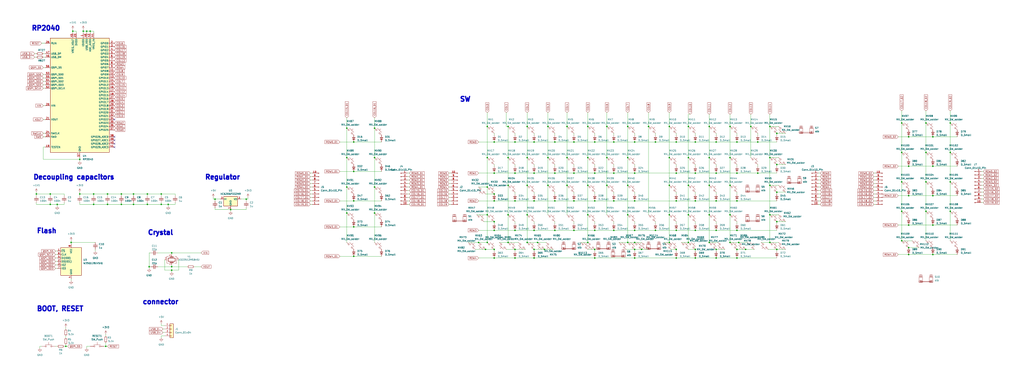
<source format=kicad_sch>
(kicad_sch (version 20230121) (generator eeschema)
  (paper "User" 750.011 280.01)
  (lib_symbols
    (symbol "Connector:Conn_01x10_Pin" (pin_names (offset 1.016) hide)
      (property "Reference" "J" (at 0 12.7 0))
      (property "Value" "Conn_01x10_Pin" (at 0 -15.24 0))
      (symbol "Conn_01x10_Pin_1_1"
        (pin passive line (at 5.08 10.16 180) (length 3.81) (name "Pin_1") (number "1"))
        (pin passive line (at 5.08 -12.7 180) (length 3.81) (name "Pin_10") (number "10"))
        (pin passive line (at 5.08 7.62 180) (length 3.81) (name "Pin_2") (number "2"))
        (pin passive line (at 5.08 5.08 180) (length 3.81) (name "Pin_3") (number "3"))
        (pin passive line (at 5.08 2.54 180) (length 3.81) (name "Pin_4") (number "4"))
        (pin passive line (at 5.08 0 180) (length 3.81) (name "Pin_5") (number "5"))
        (pin passive line (at 5.08 -2.54 180) (length 3.81) (name "Pin_6") (number "6"))
        (pin passive line (at 5.08 -5.08 180) (length 3.81) (name "Pin_7") (number "7"))
        (pin passive line (at 5.08 -7.62 180) (length 3.81) (name "Pin_8") (number "8"))
        (pin passive line (at 5.08 -10.16 180) (length 3.81) (name "Pin_9") (number "9"))
      )
    )
    (symbol "Connector_Generic:Conn_01x04" (pin_names (offset 1.016) hide)
      (property "Reference" "J" (at 0 5.08 0))
      (property "Value" "Conn_01x04" (at 0 -7.62 0))
      (symbol "Conn_01x04_1_1"
        (pin passive line (at -5.08 2.54 0) (length 3.81) (name "Pin_1") (number "1"))
        (pin passive line (at -5.08 0 0) (length 3.81) (name "Pin_2") (number "2"))
        (pin passive line (at -5.08 -2.54 0) (length 3.81) (name "Pin_3") (number "3"))
        (pin passive line (at -5.08 -5.08 0) (length 3.81) (name "Pin_4") (number "4"))
      )
    )
    (symbol "Device:C_Small" (pin_numbers hide) (pin_names (offset 0.254) hide)
      (property "Reference" "C" (at 0.254 1.778 0))
      (property "Value" "C_Small" (at 0.254 -2.032 0))
      (symbol "C_Small_1_1"
        (pin passive line (at 0 2.54 270) (length 2.032) (name "~") (number "1"))
        (pin passive line (at 0 -2.54 90) (length 2.032) (name "~") (number "2"))
      )
    )
    (symbol "Device:Crystal_GND24" (pin_names (offset 1.016) hide)
      (property "Reference" "Y" (at 3.175 5.08 0))
      (property "Value" "Crystal_GND24" (at 3.175 3.175 0))
      (symbol "Crystal_GND24_1_1"
        (pin passive line (at -3.81 0 0) (length 1.27) (name "1") (number "1"))
        (pin passive line (at 0 5.08 270) (length 1.27) (name "2") (number "2"))
        (pin passive line (at 3.81 0 180) (length 1.27) (name "3") (number "3"))
        (pin passive line (at 0 -5.08 90) (length 1.27) (name "4") (number "4"))
      )
    )
    (symbol "Device:D_Small" (pin_numbers hide) (pin_names (offset 0.254) hide)
      (property "Reference" "D" (at -1.27 2.032 0))
      (property "Value" "D_Small" (at -3.81 -2.032 0))
      (symbol "D_Small_1_1"
        (pin passive line (at -2.54 0 0) (length 1.778) (name "K") (number "1"))
        (pin passive line (at 2.54 0 180) (length 1.778) (name "A") (number "2"))
      )
    )
    (symbol "Device:R_Small" (pin_numbers hide) (pin_names (offset 0.254) hide)
      (property "Reference" "R" (at 0.762 0.508 0))
      (property "Value" "R_Small" (at 0.762 -1.016 0))
      (symbol "R_Small_1_1"
        (pin passive line (at 0 2.54 270) (length 0.762) (name "~") (number "1"))
        (pin passive line (at 0 -2.54 90) (length 0.762) (name "~") (number "2"))
      )
    )
    (symbol "MCU_RaspberryPi:RP2040"
      (property "Reference" "U" (at 17.78 45.72 0))
      (property "Value" "RP2040" (at 17.78 43.18 0))
      (symbol "RP2040_1_1"
        (pin power_in line (at 2.54 45.72 270) (length 3.81) (name "IOVDD") (number "1"))
        (pin passive line (at 2.54 45.72 270) (length 3.81) hide (name "IOVDD") (number "10"))
        (pin bidirectional line (at 25.4 17.78 180) (length 3.81) (name "GPIO8") (number "11"))
        (pin bidirectional line (at 25.4 15.24 180) (length 3.81) (name "GPIO9") (number "12"))
        (pin bidirectional line (at 25.4 12.7 180) (length 3.81) (name "GPIO10") (number "13"))
        (pin bidirectional line (at 25.4 10.16 180) (length 3.81) (name "GPIO11") (number "14"))
        (pin bidirectional line (at 25.4 7.62 180) (length 3.81) (name "GPIO12") (number "15"))
        (pin bidirectional line (at 25.4 5.08 180) (length 3.81) (name "GPIO13") (number "16"))
        (pin bidirectional line (at 25.4 2.54 180) (length 3.81) (name "GPIO14") (number "17"))
        (pin bidirectional line (at 25.4 0 180) (length 3.81) (name "GPIO15") (number "18"))
        (pin input line (at -25.4 -38.1 0) (length 3.81) (name "TESTEN") (number "19"))
        (pin bidirectional line (at 25.4 38.1 180) (length 3.81) (name "GPIO0") (number "2"))
        (pin input line (at -25.4 -7.62 0) (length 3.81) (name "XIN") (number "20"))
        (pin passive line (at -25.4 -17.78 0) (length 3.81) (name "XOUT") (number "21"))
        (pin passive line (at 2.54 45.72 270) (length 3.81) hide (name "IOVDD") (number "22"))
        (pin power_in line (at -2.54 45.72 270) (length 3.81) (name "DVDD") (number "23"))
        (pin input line (at -25.4 -27.94 0) (length 3.81) (name "SWCLK") (number "24"))
        (pin bidirectional line (at -25.4 -30.48 0) (length 3.81) (name "SWD") (number "25"))
        (pin input line (at -25.4 38.1 0) (length 3.81) (name "RUN") (number "26"))
        (pin bidirectional line (at 25.4 -2.54 180) (length 3.81) (name "GPIO16") (number "27"))
        (pin bidirectional line (at 25.4 -5.08 180) (length 3.81) (name "GPIO17") (number "28"))
        (pin bidirectional line (at 25.4 -7.62 180) (length 3.81) (name "GPIO18") (number "29"))
        (pin bidirectional line (at 25.4 35.56 180) (length 3.81) (name "GPIO1") (number "3"))
        (pin bidirectional line (at 25.4 -10.16 180) (length 3.81) (name "GPIO19") (number "30"))
        (pin bidirectional line (at 25.4 -12.7 180) (length 3.81) (name "GPIO20") (number "31"))
        (pin bidirectional line (at 25.4 -15.24 180) (length 3.81) (name "GPIO21") (number "32"))
        (pin passive line (at 2.54 45.72 270) (length 3.81) hide (name "IOVDD") (number "33"))
        (pin bidirectional line (at 25.4 -17.78 180) (length 3.81) (name "GPIO22") (number "34"))
        (pin bidirectional line (at 25.4 -20.32 180) (length 3.81) (name "GPIO23") (number "35"))
        (pin bidirectional line (at 25.4 -22.86 180) (length 3.81) (name "GPIO24") (number "36"))
        (pin bidirectional line (at 25.4 -25.4 180) (length 3.81) (name "GPIO25") (number "37"))
        (pin bidirectional line (at 25.4 -30.48 180) (length 3.81) (name "GPIO26_ADC0") (number "38"))
        (pin bidirectional line (at 25.4 -33.02 180) (length 3.81) (name "GPIO27_ADC1") (number "39"))
        (pin bidirectional line (at 25.4 33.02 180) (length 3.81) (name "GPIO2") (number "4"))
        (pin bidirectional line (at 25.4 -35.56 180) (length 3.81) (name "GPIO28_ADC2") (number "40"))
        (pin bidirectional line (at 25.4 -38.1 180) (length 3.81) (name "GPIO29_ADC3") (number "41"))
        (pin passive line (at 2.54 45.72 270) (length 3.81) hide (name "IOVDD") (number "42"))
        (pin power_in line (at 7.62 45.72 270) (length 3.81) (name "ADC_AVDD") (number "43"))
        (pin power_in line (at 10.16 45.72 270) (length 3.81) (name "VREG_IN") (number "44"))
        (pin power_out line (at -5.08 45.72 270) (length 3.81) (name "VREG_VOUT") (number "45"))
        (pin bidirectional line (at -25.4 27.94 0) (length 3.81) (name "USB_DM") (number "46"))
        (pin bidirectional line (at -25.4 30.48 0) (length 3.81) (name "USB_DP") (number "47"))
        (pin power_in line (at 5.08 45.72 270) (length 3.81) (name "USB_VDD") (number "48"))
        (pin passive line (at 2.54 45.72 270) (length 3.81) hide (name "IOVDD") (number "49"))
        (pin bidirectional line (at 25.4 30.48 180) (length 3.81) (name "GPIO3") (number "5"))
        (pin passive line (at -2.54 45.72 270) (length 3.81) hide (name "DVDD") (number "50"))
        (pin bidirectional line (at -25.4 7.62 0) (length 3.81) (name "QSPI_SD3") (number "51"))
        (pin output line (at -25.4 5.08 0) (length 3.81) (name "QSPI_SCLK") (number "52"))
        (pin bidirectional line (at -25.4 15.24 0) (length 3.81) (name "QSPI_SD0") (number "53"))
        (pin bidirectional line (at -25.4 10.16 0) (length 3.81) (name "QSPI_SD2") (number "54"))
        (pin bidirectional line (at -25.4 12.7 0) (length 3.81) (name "QSPI_SD1") (number "55"))
        (pin bidirectional line (at -25.4 20.32 0) (length 3.81) (name "QSPI_SS") (number "56"))
        (pin power_in line (at 0 -45.72 90) (length 3.81) (name "GND") (number "57"))
        (pin bidirectional line (at 25.4 27.94 180) (length 3.81) (name "GPIO4") (number "6"))
        (pin bidirectional line (at 25.4 25.4 180) (length 3.81) (name "GPIO5") (number "7"))
        (pin bidirectional line (at 25.4 22.86 180) (length 3.81) (name "GPIO6") (number "8"))
        (pin bidirectional line (at 25.4 20.32 180) (length 3.81) (name "GPIO7") (number "9"))
      )
    )
    (symbol "Memory_Flash:W25Q128JVS"
      (property "Reference" "U" (at -8.89 8.89 0))
      (property "Value" "W25Q128JVS" (at 7.62 8.89 0))
      (symbol "W25Q128JVS_1_1"
        (pin input line (at -10.16 7.62 0) (length 2.54) (name "~{CS}") (number "1"))
        (pin bidirectional line (at -10.16 0 0) (length 2.54) (name "DO(IO1)") (number "2"))
        (pin bidirectional line (at -10.16 -2.54 0) (length 2.54) (name "IO2") (number "3"))
        (pin power_in line (at 0 -12.7 90) (length 2.54) (name "GND") (number "4"))
        (pin bidirectional line (at -10.16 2.54 0) (length 2.54) (name "DI(IO0)") (number "5"))
        (pin input line (at -10.16 5.08 0) (length 2.54) (name "CLK") (number "6"))
        (pin bidirectional line (at -10.16 -5.08 0) (length 2.54) (name "IO3") (number "7"))
        (pin power_in line (at 0 12.7 270) (length 2.54) (name "VCC") (number "8"))
      )
    )
    (symbol "PCM_marbastlib-mx:MX_SW_HS" (pin_numbers hide) (pin_names (offset 1.016) hide)
      (property "Reference" "MX" (at 3.048 1.016 0))
      (property "Value" "MX_SW_HS" (at 0 -3.81 0))
      (symbol "MX_SW_HS_0_1"
        (pin passive line (at -2.54 2.54 0) (length 0) (name "1") (number "1"))
        (pin passive line (at 2.54 -2.54 180) (length 0) (name "2") (number "2"))
      )
    )
    (symbol "PCM_marbastlib-mx:MX_stab" (pin_names (offset 1.016))
      (property "Reference" "S" (at -5.08 6.35 0))
      (property "Value" "MX_stab" (at -5.08 3.81 0))
    )
    (symbol "Regulator_Linear:XC6206PxxxMR" (pin_names (offset 0.254))
      (property "Reference" "U" (at -3.81 3.175 0))
      (property "Value" "XC6206PxxxMR" (at 0 3.175 0))
      (symbol "XC6206PxxxMR_1_1"
        (pin power_in line (at 0 -7.62 90) (length 2.54) (name "GND") (number "1"))
        (pin power_out line (at 7.62 0 180) (length 2.54) (name "VO") (number "2"))
        (pin power_in line (at -7.62 0 0) (length 2.54) (name "VI") (number "3"))
      )
    )
    (symbol "Switch:SW_Push" (pin_numbers hide) (pin_names (offset 1.016) hide)
      (property "Reference" "SW" (at 1.27 2.54 0))
      (property "Value" "SW_Push" (at 0 -1.524 0))
      (symbol "SW_Push_0_1"
        (pin passive line (at -5.08 0 0) (length 2.54) (name "1") (number "1"))
        (pin passive line (at 5.08 0 180) (length 2.54) (name "2") (number "2"))
      )
    )
    (symbol "power:+1V1" (power) (pin_names (offset 0))
      (property "Value" "+1V1" (at 0 3.556 0))
      (symbol "+1V1_1_1"
        (pin power_in line (at 0 0 90) (length 0) hide (name "+1V1") (number "1"))
      )
    )
    (symbol "power:+3V3" (power) (pin_names (offset 0))
      (property "Value" "+3V3" (at 0 3.556 0))
      (symbol "+3V3_1_1"
        (pin power_in line (at 0 0 90) (length 0) hide (name "+3V3") (number "1"))
      )
    )
    (symbol "power:+5V" (power) (pin_names (offset 0))
      (property "Value" "+5V" (at 0 3.556 0))
      (symbol "+5V_1_1"
        (pin power_in line (at 0 0 90) (length 0) hide (name "+5V") (number "1"))
      )
    )
    (symbol "power:GND" (power) (pin_names (offset 0))
      (property "Value" "GND" (at 0 -3.81 0))
      (symbol "GND_1_1"
        (pin power_in line (at 0 0 270) (length 0) hide (name "GND") (number "1"))
      )
    )
  )
  (junction (at 78.74 142.24))
  (junction (at 534.67 177.8))
  (junction (at 361.95 104.14))
  (junction (at 435.61 104.14))
  (junction (at 97.79 149.86))
  (junction (at 449.58 104.14))
  (junction (at 541.02 177.8))
  (junction (at 464.82 182.88))
  (junction (at 361.95 168.91))
  (junction (at 665.48 181.61))
  (junction (at 361.95 162.56))
  (junction (at 534.67 135.89))
  (junction (at 435.61 127))
  (junction (at 683.26 121.92))
  (junction (at 480.06 104.14))
  (junction (at 490.22 177.8))
  (junction (at 254 137.16))
  (junction (at 695.96 154.94))
  (junction (at 504.19 92.71))
  (junction (at 355.6 182.88))
  (junction (at 386.08 157.48))
  (junction (at 58.42 116.84))
  (junction (at 563.88 177.8))
  (junction (at 254 156.21))
  (junction (at 125.73 185.42))
  (junction (at 259.08 166.37))
  (junction (at 524.51 182.88))
  (junction (at 254 93.98))
  (junction (at 539.75 168.91))
  (junction (at 509.27 127))
  (junction (at 546.1 182.88))
  (junction (at 107.95 142.24))
  (junction (at 519.43 177.8))
  (junction (at 377.19 104.14))
  (junction (at 509.27 104.14))
  (junction (at 350.52 177.8))
  (junction (at 125.73 195.58))
  (junction (at 68.58 149.86))
  (junction (at 519.43 115.57))
  (junction (at 665.48 165.1))
  (junction (at 386.08 177.8))
  (junction (at 377.19 189.23))
  (junction (at 372.11 157.48))
  (junction (at 568.96 97.79))
  (junction (at 118.11 149.86))
  (junction (at 568.96 162.56))
  (junction (at 519.43 157.48))
  (junction (at 107.95 149.86))
  (junction (at 274.32 156.21))
  (junction (at 386.08 92.71))
  (junction (at 539.75 127))
  (junction (at 519.43 92.71))
  (junction (at 695.96 133.35))
  (junction (at 524.51 127))
  (junction (at 464.82 189.23))
  (junction (at 401.32 92.71))
  (junction (at 53.34 22.86))
  (junction (at 435.61 168.91))
  (junction (at 660.4 154.94))
  (junction (at 36.83 149.86))
  (junction (at 377.19 127))
  (junction (at 464.82 104.14))
  (junction (at 449.58 147.32))
  (junction (at 490.22 135.89))
  (junction (at 524.51 147.32))
  (junction (at 660.4 176.53))
  (junction (at 406.4 168.91))
  (junction (at 109.22 195.58))
  (junction (at 504.19 177.8))
  (junction (at 356.87 92.71))
  (junction (at 274.32 93.98))
  (junction (at 180.34 146.05))
  (junction (at 504.19 115.57))
  (junction (at 401.32 115.57))
  (junction (at 539.75 147.32))
  (junction (at 125.73 198.12))
  (junction (at 386.08 115.57))
  (junction (at 401.32 135.89))
  (junction (at 504.19 135.89))
  (junction (at 386.08 135.89))
  (junction (at 60.96 22.86))
  (junction (at 356.87 177.8))
  (junction (at 665.48 121.92))
  (junction (at 678.18 111.76))
  (junction (at 48.26 254))
  (junction (at 26.67 142.24))
  (junction (at 406.4 127))
  (junction (at 495.3 127))
  (junction (at 97.79 142.24))
  (junction (at 356.87 115.57))
  (junction (at 464.82 147.32))
  (junction (at 420.37 104.14))
  (junction (at 63.5 22.86))
  (junction (at 420.37 168.91))
  (junction (at 695.96 111.76))
  (junction (at 509.27 147.32))
  (junction (at 444.5 115.57))
  (junction (at 157.48 146.05))
  (junction (at 524.51 168.91))
  (junction (at 361.95 147.32))
  (junction (at 259.08 147.32))
  (junction (at 444.5 92.71))
  (junction (at 459.74 135.89))
  (junction (at 430.53 92.71))
  (junction (at 509.27 182.88))
  (junction (at 168.91 153.67))
  (junction (at 665.48 100.33))
  (junction (at 361.95 142.24))
  (junction (at 678.18 90.17))
  (junction (at 678.18 133.35))
  (junction (at 420.37 127))
  (junction (at 435.61 182.88))
  (junction (at 377.19 147.32))
  (junction (at 415.29 115.57))
  (junction (at 683.26 143.51))
  (junction (at 563.88 92.71))
  (junction (at 435.61 189.23))
  (junction (at 469.9 182.88))
  (junction (at 464.82 177.8))
  (junction (at 495.3 147.32))
  (junction (at 495.3 182.88))
  (junction (at 683.26 165.1))
  (junction (at 563.88 135.89))
  (junction (at 372.11 92.71))
  (junction (at 430.53 157.48))
  (junction (at 449.58 168.91))
  (junction (at 660.4 133.35))
  (junction (at 377.19 182.88))
  (junction (at 459.74 177.8))
  (junction (at 274.32 115.57))
  (junction (at 568.96 182.88))
  (junction (at 524.51 104.14))
  (junction (at 495.3 189.23))
  (junction (at 490.22 115.57))
  (junction (at 274.32 137.16))
  (junction (at 495.3 168.91))
  (junction (at 444.5 135.89))
  (junction (at 415.29 92.71))
  (junction (at 683.26 100.33))
  (junction (at 519.43 135.89))
  (junction (at 474.98 92.71))
  (junction (at 539.75 104.14))
  (junction (at 372.11 177.8))
  (junction (at 58.42 142.24))
  (junction (at 391.16 182.88))
  (junction (at 406.4 104.14))
  (junction (at 568.96 140.97))
  (junction (at 398.78 182.88))
  (junction (at 568.96 120.65))
  (junction (at 259.08 187.96))
  (junction (at 52.07 177.8))
  (junction (at 534.67 92.71))
  (junction (at 259.08 104.14))
  (junction (at 356.87 137.16))
  (junction (at 415.29 135.89))
  (junction (at 459.74 157.48))
  (junction (at 660.4 111.76))
  (junction (at 509.27 168.91))
  (junction (at 393.7 177.8))
  (junction (at 391.16 147.32))
  (junction (at 464.82 168.91))
  (junction (at 563.88 115.57))
  (junction (at 254 115.57))
  (junction (at 420.37 147.32))
  (junction (at 66.04 22.86))
  (junction (at 554.99 127))
  (junction (at 391.16 168.91))
  (junction (at 504.19 157.48))
  (junction (at 391.16 104.14))
  (junction (at 490.22 157.48))
  (junction (at 118.11 142.24))
  (junction (at 372.11 115.57))
  (junction (at 361.95 189.23))
  (junction (at 391.16 127))
  (junction (at 660.4 90.17))
  (junction (at 77.47 254))
  (junction (at 406.4 147.32))
  (junction (at 377.19 168.91))
  (junction (at 88.9 142.24))
  (junction (at 490.22 92.71))
  (junction (at 78.74 149.86))
  (junction (at 539.75 189.23))
  (junction (at 678.18 154.94))
  (junction (at 36.83 142.24))
  (junction (at 361.95 182.88))
  (junction (at 549.91 92.71))
  (junction (at 495.3 104.14))
  (junction (at 509.27 189.23))
  (junction (at 459.74 92.71))
  (junction (at 563.88 157.48))
  (junction (at 459.74 115.57))
  (junction (at 430.53 177.8))
  (junction (at 361.95 127))
  (junction (at 665.48 186.69))
  (junction (at 665.48 143.51))
  (junction (at 123.19 149.86))
  (junction (at 539.75 182.88))
  (junction (at 449.58 127))
  (junction (at 534.67 157.48))
  (junction (at 554.99 104.14))
  (junction (at 41.91 149.86))
  (junction (at 356.87 157.48))
  (junction (at 430.53 115.57))
  (junction (at 259.08 125.73))
  (junction (at 464.82 127))
  (junction (at 480.06 168.91))
  (junction (at 683.26 186.69))
  (junction (at 372.11 135.89))
  (junction (at 88.9 149.86))
  (junction (at 524.51 189.23))
  (junction (at 430.53 135.89))
  (junction (at 695.96 90.17))
  (junction (at 68.58 142.24))
  (junction (at 435.61 147.32))
  (junction (at 391.16 189.23))
  (junction (at 534.67 115.57))
  (no_connect (at 83.82 102.87))
  (no_connect (at 83.82 105.41))
  (no_connect (at 83.82 100.33))
  (no_connect (at 83.82 87.63))
  (no_connect (at 83.82 107.95))
  (wire (pts (xy 398.78 182.88) (xy 405.13 182.88)))
  (wire (pts (xy 504.19 135.89) (xy 504.19 157.48)))
  (wire (pts (xy 227.33 137.16) (xy 228.6 137.16)))
  (wire (pts (xy 524.51 127) (xy 539.75 127)))
  (wire (pts (xy 227.33 129.54) (xy 228.6 129.54)))
  (wire (pts (xy 176.53 146.05) (xy 180.34 146.05)))
  (wire (pts (xy 361.95 127) (xy 377.19 127)))
  (wire (pts (xy 406.4 127) (xy 420.37 127)))
  (wire (pts (xy 568.96 97.79) (xy 575.31 97.79)))
  (wire (pts (xy 474.98 92.71) (xy 474.98 157.48)))
  (wire (pts (xy 180.34 152.4) (xy 180.34 153.67)))
  (wire (pts (xy 554.99 97.79) (xy 554.99 99.06)))
  (wire (pts (xy 464.82 140.97) (xy 464.82 142.24)))
  (wire (pts (xy 298.45 144.78) (xy 299.72 144.78)))
  (wire (pts (xy 401.32 92.71) (xy 401.32 115.57)))
  (wire (pts (xy 66.04 24.13) (xy 66.04 22.86)))
  (wire (pts (xy 66.04 22.86) (xy 63.5 22.86)))
  (wire (pts (xy 665.48 143.51) (xy 683.26 143.51)))
  (wire (pts (xy 298.45 149.86) (xy 299.72 149.86)))
  (wire (pts (xy 640.08 139.7) (xy 641.35 139.7)))
  (wire (pts (xy 524.51 182.88) (xy 530.86 182.88)))
  (wire (pts (xy 640.08 142.24) (xy 641.35 142.24)))
  (wire (pts (xy 534.67 92.71) (xy 534.67 83.82)))
  (wire (pts (xy 142.24 195.58) (xy 147.32 195.58)))
  (wire (pts (xy 248.92 104.14) (xy 259.08 104.14)))
  (wire (pts (xy 549.91 92.71) (xy 549.91 115.57)))
  (wire (pts (xy 718.82 146.05) (xy 720.09 146.05)))
  (wire (pts (xy 109.22 195.58) (xy 109.22 196.85)))
  (wire (pts (xy 660.4 81.28) (xy 660.4 90.17)))
  (wire (pts (xy 46.99 143.51) (xy 46.99 142.24)))
  (wire (pts (xy 26.67 149.86) (xy 36.83 149.86)))
  (wire (pts (xy 33.02 107.95) (xy 31.75 107.95)))
  (wire (pts (xy 63.5 22.86) (xy 63.5 24.13)))
  (wire (pts (xy 665.48 186.69) (xy 683.26 186.69)))
  (wire (pts (xy 386.08 92.71) (xy 386.08 115.57)))
  (wire (pts (xy 435.61 104.14) (xy 449.58 104.14)))
  (wire (pts (xy 519.43 92.71) (xy 519.43 115.57)))
  (wire (pts (xy 464.82 104.14) (xy 480.06 104.14)))
  (wire (pts (xy 36.83 142.24) (xy 36.83 143.51)))
  (wire (pts (xy 77.47 251.46) (xy 77.47 254)))
  (wire (pts (xy 678.18 133.35) (xy 678.18 154.94)))
  (wire (pts (xy 640.08 134.62) (xy 641.35 134.62)))
  (wire (pts (xy 180.34 146.05) (xy 180.34 147.32)))
  (wire (pts (xy 554.99 104.14) (xy 568.96 104.14)))
  (wire (pts (xy 77.47 254) (xy 76.2 254)))
  (wire (pts (xy 435.61 97.79) (xy 435.61 99.06)))
  (wire (pts (xy 509.27 168.91) (xy 524.51 168.91)))
  (wire (pts (xy 534.67 115.57) (xy 534.67 135.89)))
  (wire (pts (xy 372.11 135.89) (xy 372.11 157.48)))
  (wire (pts (xy 386.08 82.55) (xy 386.08 92.71)))
  (wire (pts (xy 391.16 97.79) (xy 391.16 99.06)))
  (wire (pts (xy 474.98 92.71) (xy 474.98 82.55)))
  (wire (pts (xy 128.27 142.24) (xy 128.27 143.51)))
  (wire (pts (xy 469.9 182.88) (xy 474.98 182.88)))
  (wire (pts (xy 600.71 142.24) (xy 599.44 142.24)))
  (wire (pts (xy 29.21 254) (xy 29.21 255.27)))
  (wire (pts (xy 665.48 165.1) (xy 683.26 165.1)))
  (wire (pts (xy 430.53 115.57) (xy 430.53 135.89)))
  (wire (pts (xy 157.48 146.05) (xy 157.48 147.32)))
  (wire (pts (xy 490.22 115.57) (xy 490.22 135.89)))
  (wire (pts (xy 31.75 41.91) (xy 33.02 41.91)))
  (wire (pts (xy 125.73 185.42) (xy 147.32 185.42)))
  (wire (pts (xy 157.48 152.4) (xy 157.48 153.67)))
  (wire (pts (xy 361.95 182.88) (xy 361.95 184.15)))
  (wire (pts (xy 459.74 135.89) (xy 459.74 157.48)))
  (wire (pts (xy 115.57 195.58) (xy 125.73 195.58)))
  (wire (pts (xy 274.32 137.16) (xy 274.32 115.57)))
  (wire (pts (xy 120.65 190.5) (xy 120.65 198.12)))
  (wire (pts (xy 562.61 182.88) (xy 568.96 182.88)))
  (wire (pts (xy 415.29 82.55) (xy 415.29 92.71)))
  (wire (pts (xy 40.64 189.23) (xy 41.91 189.23)))
  (wire (pts (xy 539.75 97.79) (xy 539.75 99.06)))
  (wire (pts (xy 78.74 149.86) (xy 88.9 149.86)))
  (wire (pts (xy 683.26 165.1) (xy 701.04 165.1)))
  (wire (pts (xy 298.45 127) (xy 299.72 127)))
  (wire (pts (xy 568.96 140.97) (xy 575.31 140.97)))
  (wire (pts (xy 125.73 199.39) (xy 125.73 198.12)))
  (wire (pts (xy 355.6 182.88) (xy 361.95 182.88)))
  (wire (pts (xy 26.67 148.59) (xy 26.67 149.86)))
  (wire (pts (xy 459.74 115.57) (xy 459.74 135.89)))
  (wire (pts (xy 570.23 135.89) (xy 563.88 135.89)))
  (wire (pts (xy 524.51 120.65) (xy 524.51 121.92)))
  (wire (pts (xy 298.45 132.08) (xy 299.72 132.08)))
  (wire (pts (xy 48.26 240.03) (xy 48.26 241.3)))
  (wire (pts (xy 125.73 195.58) (xy 137.16 195.58)))
  (wire (pts (xy 420.37 147.32) (xy 435.61 147.32)))
  (wire (pts (xy 157.48 146.05) (xy 161.29 146.05)))
  (wire (pts (xy 88.9 142.24) (xy 97.79 142.24)))
  (wire (pts (xy 401.32 135.89) (xy 401.32 157.48)))
  (wire (pts (xy 227.33 127) (xy 228.6 127)))
  (wire (pts (xy 350.52 189.23) (xy 361.95 189.23)))
  (wire (pts (xy 298.45 139.7) (xy 299.72 139.7)))
  (wire (pts (xy 509.27 147.32) (xy 524.51 147.32)))
  (wire (pts (xy 464.82 127) (xy 495.3 127)))
  (wire (pts (xy 31.75 62.23) (xy 33.02 62.23)))
  (wire (pts (xy 464.82 120.65) (xy 464.82 121.92)))
  (wire (pts (xy 377.19 182.88) (xy 384.81 182.88)))
  (wire (pts (xy 370.84 92.71) (xy 372.11 92.71)))
  (wire (pts (xy 68.58 142.24) (xy 68.58 143.51)))
  (wire (pts (xy 36.83 142.24) (xy 46.99 142.24)))
  (wire (pts (xy 53.34 21.59) (xy 53.34 22.86)))
  (wire (pts (xy 449.58 162.56) (xy 449.58 163.83)))
  (wire (pts (xy 31.75 49.53) (xy 33.02 49.53)))
  (wire (pts (xy 354.33 162.56) (xy 361.95 162.56)))
  (wire (pts (xy 509.27 104.14) (xy 524.51 104.14)))
  (wire (pts (xy 361.95 162.56) (xy 361.95 163.83)))
  (wire (pts (xy 25.4 39.37) (xy 26.67 39.37)))
  (wire (pts (xy 55.88 22.86) (xy 55.88 24.13)))
  (wire (pts (xy 718.82 135.89) (xy 720.09 135.89)))
  (wire (pts (xy 46.99 148.59) (xy 46.99 149.86)))
  (wire (pts (xy 377.19 162.56) (xy 377.19 163.83)))
  (wire (pts (xy 435.61 147.32) (xy 449.58 147.32)))
  (wire (pts (xy 718.82 128.27) (xy 720.09 128.27)))
  (wire (pts (xy 128.27 149.86) (xy 128.27 148.59)))
  (wire (pts (xy 420.37 162.56) (xy 420.37 163.83)))
  (wire (pts (xy 328.93 132.08) (xy 330.2 132.08)))
  (wire (pts (xy 53.34 22.86) (xy 55.88 22.86)))
  (wire (pts (xy 391.16 104.14) (xy 406.4 104.14)))
  (wire (pts (xy 415.29 115.57) (xy 415.29 135.89)))
  (wire (pts (xy 718.82 148.59) (xy 720.09 148.59)))
  (wire (pts (xy 31.75 100.33) (xy 33.02 100.33)))
  (wire (pts (xy 449.58 140.97) (xy 449.58 142.24)))
  (wire (pts (xy 68.58 149.86) (xy 78.74 149.86)))
  (wire (pts (xy 52.07 176.53) (xy 52.07 177.8)))
  (wire (pts (xy 156.21 146.05) (xy 156.21 144.78)))
  (wire (pts (xy 342.9 177.8) (xy 350.52 177.8)))
  (wire (pts (xy 181.61 146.05) (xy 181.61 144.78)))
  (wire (pts (xy 298.45 147.32) (xy 299.72 147.32)))
  (wire (pts (xy 665.48 121.92) (xy 683.26 121.92)))
  (wire (pts (xy 40.64 196.85) (xy 41.91 196.85)))
  (wire (pts (xy 78.74 148.59) (xy 78.74 149.86)))
  (wire (pts (xy 391.16 127) (xy 406.4 127)))
  (wire (pts (xy 274.32 156.21) (xy 274.32 137.16)))
  (wire (pts (xy 444.5 82.55) (xy 444.5 92.71)))
  (wire (pts (xy 372.11 115.57) (xy 372.11 135.89)))
  (wire (pts (xy 435.61 168.91) (xy 449.58 168.91)))
  (wire (pts (xy 356.87 92.71) (xy 356.87 115.57)))
  (wire (pts (xy 120.65 198.12) (xy 125.73 198.12)))
  (wire (pts (xy 328.93 142.24) (xy 330.2 142.24)))
  (wire (pts (xy 107.95 149.86) (xy 118.11 149.86)))
  (wire (pts (xy 509.27 97.79) (xy 509.27 99.06)))
  (wire (pts (xy 695.96 133.35) (xy 695.96 154.94)))
  (wire (pts (xy 118.11 237.49) (xy 118.11 238.76)))
  (wire (pts (xy 509.27 127) (xy 524.51 127)))
  (wire (pts (xy 254 115.57) (xy 254 137.16)))
  (wire (pts (xy 657.86 143.51) (xy 665.48 143.51)))
  (wire (pts (xy 495.3 120.65) (xy 495.3 121.92)))
  (wire (pts (xy 227.33 142.24) (xy 228.6 142.24)))
  (wire (pts (xy 377.19 147.32) (xy 391.16 147.32)))
  (wire (pts (xy 563.88 92.71) (xy 563.88 115.57)))
  (wire (pts (xy 31.75 57.15) (xy 33.02 57.15)))
  (wire (pts (xy 298.45 129.54) (xy 299.72 129.54)))
  (wire (pts (xy 347.98 182.88) (xy 355.6 182.88)))
  (wire (pts (xy 60.96 22.86) (xy 63.5 22.86)))
  (wire (pts (xy 350.52 147.32) (xy 361.95 147.32)))
  (wire (pts (xy 386.08 177.8) (xy 393.7 177.8)))
  (wire (pts (xy 524.51 162.56) (xy 524.51 163.83)))
  (wire (pts (xy 640.08 127) (xy 641.35 127)))
  (wire (pts (xy 683.26 186.69) (xy 701.04 186.69)))
  (wire (pts (xy 66.04 22.86) (xy 68.58 22.86)))
  (wire (pts (xy 435.61 120.65) (xy 435.61 121.92)))
  (wire (pts (xy 41.91 151.13) (xy 41.91 149.86)))
  (wire (pts (xy 480.06 97.79) (xy 480.06 99.06)))
  (wire (pts (xy 356.87 82.55) (xy 356.87 92.71)))
  (wire (pts (xy 509.27 182.88) (xy 509.27 184.15)))
  (wire (pts (xy 356.87 115.57) (xy 356.87 137.16)))
  (wire (pts (xy 480.06 168.91) (xy 495.3 168.91)))
  (wire (pts (xy 355.6 142.24) (xy 361.95 142.24)))
  (wire (pts (xy 504.19 115.57) (xy 504.19 135.89)))
  (wire (pts (xy 58.42 118.11) (xy 58.42 116.84)))
  (wire (pts (xy 600.71 137.16) (xy 599.44 137.16)))
  (wire (pts (xy 40.64 186.69) (xy 41.91 186.69)))
  (wire (pts (xy 435.61 162.56) (xy 435.61 163.83)))
  (wire (pts (xy 464.82 168.91) (xy 480.06 168.91)))
  (wire (pts (xy 248.92 187.96) (xy 259.08 187.96)))
  (wire (pts (xy 386.08 115.57) (xy 386.08 135.89)))
  (wire (pts (xy 524.51 189.23) (xy 539.75 189.23)))
  (wire (pts (xy 495.3 147.32) (xy 509.27 147.32)))
  (wire (pts (xy 88.9 143.51) (xy 88.9 142.24)))
  (wire (pts (xy 391.16 182.88) (xy 391.16 184.15)))
  (wire (pts (xy 52.07 177.8) (xy 52.07 179.07)))
  (wire (pts (xy 31.75 107.95) (xy 31.75 116.84)))
  (wire (pts (xy 600.71 129.54) (xy 599.44 129.54)))
  (wire (pts (xy 524.51 168.91) (xy 539.75 168.91)))
  (wire (pts (xy 125.73 194.31) (xy 125.73 195.58)))
  (wire (pts (xy 425.45 177.8) (xy 430.53 177.8)))
  (wire (pts (xy 88.9 149.86) (xy 97.79 149.86)))
  (wire (pts (xy 58.42 148.59) (xy 58.42 149.86)))
  (wire (pts (xy 678.18 90.17) (xy 678.18 111.76)))
  (wire (pts (xy 665.48 100.33) (xy 683.26 100.33)))
  (wire (pts (xy 361.95 168.91) (xy 377.19 168.91)))
  (wire (pts (xy 464.82 177.8) (xy 469.9 177.8)))
  (wire (pts (xy 444.5 92.71) (xy 444.5 115.57)))
  (wire (pts (xy 372.11 92.71) (xy 372.11 115.57)))
  (wire (pts (xy 356.87 177.8) (xy 350.52 177.8)))
  (wire (pts (xy 60.96 24.13) (xy 60.96 22.86)))
  (wire (pts (xy 444.5 115.57) (xy 444.5 135.89)))
  (wire (pts (xy 524.51 147.32) (xy 539.75 147.32)))
  (wire (pts (xy 168.91 153.67) (xy 180.34 153.67)))
  (wire (pts (xy 519.43 157.48) (xy 519.43 177.8)))
  (wire (pts (xy 554.99 120.65) (xy 554.99 121.92)))
  (wire (pts (xy 495.3 162.56) (xy 495.3 163.83)))
  (wire (pts (xy 227.33 144.78) (xy 228.6 144.78)))
  (wire (pts (xy 718.82 138.43) (xy 720.09 138.43)))
  (wire (pts (xy 78.74 254) (xy 77.47 254)))
  (wire (pts (xy 546.1 182.88) (xy 552.45 182.88)))
  (wire (pts (xy 657.86 186.69) (xy 665.48 186.69)))
  (wire (pts (xy 541.02 177.8) (xy 547.37 177.8)))
  (wire (pts (xy 509.27 189.23) (xy 524.51 189.23)))
  (wire (pts (xy 328.93 149.86) (xy 330.2 149.86)))
  (wire (pts (xy 695.96 90.17) (xy 695.96 111.76)))
  (wire (pts (xy 391.16 140.97) (xy 391.16 142.24)))
  (wire (pts (xy 377.19 104.14) (xy 391.16 104.14)))
  (wire (pts (xy 365.76 177.8) (xy 372.11 177.8)))
  (wire (pts (xy 420.37 140.97) (xy 420.37 142.24)))
  (wire (pts (xy 504.19 157.48) (xy 504.19 177.8)))
  (wire (pts (xy 495.3 97.79) (xy 495.3 99.06)))
  (wire (pts (xy 490.22 157.48) (xy 490.22 177.8)))
  (wire (pts (xy 274.32 115.57) (xy 274.32 93.98)))
  (wire (pts (xy 718.82 140.97) (xy 720.09 140.97)))
  (wire (pts (xy 406.4 97.79) (xy 406.4 99.06)))
  (wire (pts (xy 361.95 147.32) (xy 377.19 147.32)))
  (wire (pts (xy 78.74 143.51) (xy 78.74 142.24)))
  (wire (pts (xy 406.4 168.91) (xy 420.37 168.91)))
  (wire (pts (xy 52.07 204.47) (xy 52.07 205.74)))
  (wire (pts (xy 539.75 182.88) (xy 546.1 182.88)))
  (wire (pts (xy 401.32 92.71) (xy 401.32 82.55)))
  (wire (pts (xy 391.16 182.88) (xy 398.78 182.88)))
  (wire (pts (xy 298.45 142.24) (xy 299.72 142.24)))
  (wire (pts (xy 119.38 243.84) (xy 120.65 243.84)))
  (wire (pts (xy 386.08 135.89) (xy 386.08 157.48)))
  (wire (pts (xy 69.85 182.88) (xy 69.85 184.15)))
  (wire (pts (xy 600.71 149.86) (xy 599.44 149.86)))
  (wire (pts (xy 77.47 245.11) (xy 77.47 246.38)))
  (wire (pts (xy 495.3 168.91) (xy 509.27 168.91)))
  (wire (pts (xy 444.5 135.89) (xy 444.5 157.48)))
  (wire (pts (xy 406.4 104.14) (xy 420.37 104.14)))
  (wire (pts (xy 40.64 194.31) (xy 41.91 194.31)))
  (wire (pts (xy 539.75 189.23) (xy 568.96 189.23)))
  (wire (pts (xy 430.53 182.88) (xy 435.61 182.88)))
  (wire (pts (xy 377.19 140.97) (xy 377.19 142.24)))
  (wire (pts (xy 640.08 129.54) (xy 641.35 129.54)))
  (wire (pts (xy 657.86 121.92) (xy 665.48 121.92)))
  (wire (pts (xy 480.06 104.14) (xy 495.3 104.14)))
  (wire (pts (xy 328.93 129.54) (xy 330.2 129.54)))
  (wire (pts (xy 53.34 24.13) (xy 53.34 22.86)))
  (wire (pts (xy 539.75 162.56) (xy 539.75 163.83)))
  (wire (pts (xy 430.53 92.71) (xy 430.53 115.57)))
  (wire (pts (xy 600.71 132.08) (xy 599.44 132.08)))
  (wire (pts (xy 640.08 149.86) (xy 641.35 149.86)))
  (wire (pts (xy 274.32 177.8) (xy 274.32 156.21)))
  (wire (pts (xy 600.71 134.62) (xy 599.44 134.62)))
  (wire (pts (xy 449.58 147.32) (xy 464.82 147.32)))
  (wire (pts (xy 420.37 127) (xy 435.61 127)))
  (wire (pts (xy 459.74 92.71) (xy 459.74 115.57)))
  (wire (pts (xy 678.18 111.76) (xy 678.18 133.35)))
  (wire (pts (xy 58.42 140.97) (xy 58.42 142.24)))
  (wire (pts (xy 568.96 140.97) (xy 568.96 142.24)))
  (wire (pts (xy 30.48 254) (xy 29.21 254)))
  (wire (pts (xy 41.91 149.86) (xy 46.99 149.86)))
  (wire (pts (xy 406.4 162.56) (xy 406.4 163.83)))
  (wire (pts (xy 328.93 137.16) (xy 330.2 137.16)))
  (wire (pts (xy 491.49 182.88) (xy 495.3 182.88)))
  (wire (pts (xy 504.19 83.82) (xy 505.46 83.82)))
  (wire (pts (xy 449.58 120.65) (xy 449.58 121.92)))
  (wire (pts (xy 30.48 31.75) (xy 33.02 31.75)))
  (wire (pts (xy 88.9 148.59) (xy 88.9 149.86)))
  (wire (pts (xy 420.37 120.65) (xy 420.37 121.92)))
  (wire (pts (xy 449.58 104.14) (xy 464.82 104.14)))
  (wire (pts (xy 509.27 162.56) (xy 509.27 163.83)))
  (wire (pts (xy 683.26 121.92) (xy 701.04 121.92)))
  (wire (pts (xy 97.79 148.59) (xy 97.79 149.86)))
  (wire (pts (xy 48.26 252.73) (xy 48.26 254)))
  (wire (pts (xy 504.19 182.88) (xy 509.27 182.88)))
  (wire (pts (xy 109.22 195.58) (xy 110.49 195.58)))
  (wire (pts (xy 415.29 135.89) (xy 415.29 157.48)))
  (wire (pts (xy 568.96 97.79) (xy 568.96 99.06)))
  (wire (pts (xy 499.11 177.8) (xy 504.19 177.8)))
  (wire (pts (xy 168.91 154.94) (xy 168.91 153.67)))
  (wire (pts (xy 568.96 120.65) (xy 568.96 121.92)))
  (wire (pts (xy 563.88 115.57) (xy 570.23 115.57)))
  (wire (pts (xy 563.88 92.71) (xy 563.88 83.82)))
  (wire (pts (xy 539.75 120.65) (xy 539.75 121.92)))
  (wire (pts (xy 63.5 254) (xy 63.5 255.27)))
  (wire (pts (xy 118.11 149.86) (xy 123.19 149.86)))
  (wire (pts (xy 495.3 189.23) (xy 509.27 189.23)))
  (wire (pts (xy 48.26 254) (xy 49.53 254)))
  (wire (pts (xy 464.82 182.88) (xy 469.9 182.88)))
  (wire (pts (xy 524.51 97.79) (xy 524.51 99.06)))
  (wire (pts (xy 26.67 143.51) (xy 26.67 142.24)))
  (wire (pts (xy 118.11 238.76) (xy 120.65 238.76)))
  (wire (pts (xy 68.58 142.24) (xy 78.74 142.24)))
  (wire (pts (xy 254 137.16) (xy 254 156.21)))
  (wire (pts (xy 406.4 147.32) (xy 420.37 147.32)))
  (wire (pts (xy 298.45 134.62) (xy 299.72 134.62)))
  (wire (pts (xy 695.96 81.28) (xy 695.96 90.17)))
  (wire (pts (xy 660.4 133.35) (xy 660.4 154.94)))
  (wire (pts (xy 554.99 127) (xy 568.96 127)))
  (wire (pts (xy 157.48 153.67) (xy 168.91 153.67)))
  (wire (pts (xy 563.88 115.57) (xy 563.88 135.89)))
  (wire (pts (xy 519.43 115.57) (xy 519.43 135.89)))
  (wire (pts (xy 435.61 127) (xy 449.58 127)))
  (wire (pts (xy 718.82 130.81) (xy 720.09 130.81)))
  (wire (pts (xy 600.71 139.7) (xy 599.44 139.7)))
  (wire (pts (xy 328.93 147.32) (xy 330.2 147.32)))
  (wire (pts (xy 31.75 54.61) (xy 33.02 54.61)))
  (wire (pts (xy 40.64 254) (xy 41.91 254)))
  (wire (pts (xy 568.96 182.88) (xy 575.31 182.88)))
  (wire (pts (xy 660.4 154.94) (xy 660.4 176.53)))
  (wire (pts (xy 60.96 21.59) (xy 60.96 22.86)))
  (wire (pts (xy 495.3 127) (xy 509.27 127)))
  (wire (pts (xy 718.82 143.51) (xy 720.09 143.51)))
  (wire (pts (xy 361.95 104.14) (xy 377.19 104.14)))
  (wire (pts (xy 123.19 151.13) (xy 123.19 149.86)))
  (wire (pts (xy 107.95 143.51) (xy 107.95 142.24)))
  (wire (pts (xy 660.4 176.53) (xy 668.02 176.53)))
  (wire (pts (xy 430.53 157.48) (xy 430.53 177.8)))
  (wire (pts (xy 130.81 190.5) (xy 130.81 198.12)))
  (wire (pts (xy 393.7 177.8) (xy 400.05 177.8)))
  (wire (pts (xy 391.16 168.91) (xy 406.4 168.91)))
  (wire (pts (xy 26.67 140.97) (xy 26.67 142.24)))
  (wire (pts (xy 328.93 144.78) (xy 330.2 144.78)))
  (wire (pts (xy 524.51 182.88) (xy 524.51 184.15)))
  (wire (pts (xy 31.75 59.69) (xy 33.02 59.69)))
  (wire (pts (xy 435.61 182.88) (xy 435.61 184.15)))
  (wire (pts (xy 349.25 157.48) (xy 356.87 157.48)))
  (wire (pts (xy 58.42 116.84) (xy 58.42 115.57)))
  (wire (pts (xy 640.08 147.32) (xy 641.35 147.32)))
  (wire (pts (xy 600.71 144.78) (xy 599.44 144.78)))
  (wire (pts (xy 495.3 142.24) (xy 495.3 140.97)))
  (wire (pts (xy 524.51 104.14) (xy 539.75 104.14)))
  (wire (pts (xy 464.82 184.15) (xy 464.82 182.88)))
  (wire (pts (xy 420.37 168.91) (xy 435.61 168.91)))
  (wire (pts (xy 350.52 104.14) (xy 361.95 104.14)))
  (wire (pts (xy 328.93 134.62) (xy 330.2 134.62)))
  (wire (pts (xy 683.26 100.33) (xy 701.04 100.33)))
  (wire (pts (xy 534.67 157.48) (xy 534.67 177.8)))
  (wire (pts (xy 356.87 157.48) (xy 356.87 177.8)))
  (wire (pts (xy 486.41 177.8) (xy 490.22 177.8)))
  (wire (pts (xy 377.19 168.91) (xy 391.16 168.91)))
  (wire (pts (xy 435.61 189.23) (xy 464.82 189.23)))
  (wire (pts (xy 107.95 148.59) (xy 107.95 149.86)))
  (wire (pts (xy 36.83 148.59) (xy 36.83 149.86)))
  (wire (pts (xy 97.79 142.24) (xy 107.95 142.24)))
  (wire (pts (xy 435.61 140.97) (xy 435.61 142.24)))
  (wire (pts (xy 120.65 246.38) (xy 118.11 246.38)))
  (wire (pts (xy 640.08 132.08) (xy 641.35 132.08)))
  (wire (pts (xy 464.82 97.79) (xy 464.82 99.06)))
  (wire (pts (xy 227.33 134.62) (xy 228.6 134.62)))
  (wire (pts (xy 718.82 133.35) (xy 720.09 133.35)))
  (wire (pts (xy 504.19 92.71) (xy 504.19 115.57)))
  (wire (pts (xy 350.52 127) (xy 361.95 127)))
  (wire (pts (xy 695.96 154.94) (xy 695.96 176.53)))
  (wire (pts (xy 563.88 157.48) (xy 570.23 157.48)))
  (wire (pts (xy 539.75 182.88) (xy 539.75 184.15)))
  (wire (pts (xy 640.08 144.78) (xy 641.35 144.78)))
  (wire (pts (xy 58.42 142.24) (xy 68.58 142.24)))
  (wire (pts (xy 377.19 182.88) (xy 377.19 184.15)))
  (wire (pts (xy 40.64 184.15) (xy 41.91 184.15)))
  (wire (pts (xy 180.34 146.05) (xy 181.61 146.05)))
  (wire (pts (xy 68.58 24.13) (xy 68.58 22.86)))
  (wire (pts (xy 557.53 177.8) (xy 563.88 177.8)))
  (wire (pts (xy 130.81 198.12) (xy 125.73 198.12)))
  (wire (pts (xy 377.19 127) (xy 391.16 127)))
  (wire (pts (xy 415.29 92.71) (xy 415.29 115.57)))
  (wire (pts (xy 391.16 147.32) (xy 406.4 147.32)))
  (wire (pts (xy 356.87 137.16) (xy 356.87 157.48)))
  (wire (pts (xy 660.4 90.17) (xy 660.4 111.76)))
  (wire (pts (xy 563.88 92.71) (xy 570.23 92.71)))
  (wire (pts (xy 248.92 125.73) (xy 259.08 125.73)))
  (wire (pts (xy 386.08 157.48) (xy 386.08 177.8)))
  (wire (pts (xy 372.11 157.48) (xy 372.11 177.8)))
  (wire (pts (xy 420.37 97.79) (xy 420.37 99.06)))
  (wire (pts (xy 453.39 177.8) (xy 459.74 177.8)))
  (wire (pts (xy 549.91 83.82) (xy 549.91 92.71)))
  (wire (pts (xy 458.47 182.88) (xy 464.82 182.88)))
  (wire (pts (xy 509.27 120.65) (xy 509.27 121.92)))
  (wire (pts (xy 420.37 104.14) (xy 435.61 104.14)))
  (wire (pts (xy 695.96 111.76) (xy 695.96 133.35)))
  (wire (pts (xy 31.75 87.63) (xy 33.02 87.63)))
  (wire (pts (xy 430.53 92.71) (xy 430.53 82.55)))
  (wire (pts (xy 563.88 177.8) (xy 570.23 177.8)))
  (wire (pts (xy 52.07 177.8) (xy 69.85 177.8)))
  (wire (pts (xy 640.08 137.16) (xy 641.35 137.16)))
  (wire (pts (xy 401.32 115.57) (xy 401.32 135.89)))
  (wire (pts (xy 665.48 181.61) (xy 673.1 181.61)))
  (wire (pts (xy 227.33 139.7) (xy 228.6 139.7)))
  (wire (pts (xy 107.95 142.24) (xy 118.11 142.24)))
  (wire (pts (xy 118.11 148.59) (xy 118.11 149.86)))
  (wire (pts (xy 459.74 157.48) (xy 459.74 177.8)))
  (wire (pts (xy 372.11 177.8) (xy 379.73 177.8)))
  (wire (pts (xy 279.4 125.73) (xy 259.08 125.73)))
  (wire (pts (xy 31.75 39.37) (xy 33.02 39.37)))
  (wire (pts (xy 539.75 104.14) (xy 554.99 104.14)))
  (wire (pts (xy 248.92 147.32) (xy 259.08 147.32)))
  (wire (pts (xy 48.26 247.65) (xy 48.26 246.38)))
  (wire (pts (xy 657.86 100.33) (xy 665.48 100.33)))
  (wire (pts (xy 509.27 140.97) (xy 509.27 142.24)))
  (wire (pts (xy 31.75 97.79) (xy 33.02 97.79)))
  (wire (pts (xy 459.74 177.8) (xy 464.82 177.8)))
  (wire (pts (xy 600.71 127) (xy 599.44 127)))
  (wire (pts (xy 328.93 127) (xy 330.2 127)))
  (wire (pts (xy 78.74 142.24) (xy 88.9 142.24)))
  (wire (pts (xy 534.67 135.89) (xy 534.67 157.48)))
  (wire (pts (xy 377.19 97.79) (xy 377.19 99.06)))
  (wire (pts (xy 391.16 120.65) (xy 391.16 121.92)))
  (wire (pts (xy 109.22 185.42) (xy 109.22 195.58)))
  (wire (pts (xy 125.73 186.69) (xy 125.73 185.42)))
  (wire (pts (xy 36.83 149.86) (xy 41.91 149.86)))
  (wire (pts (xy 118.11 142.24) (xy 128.27 142.24)))
  (wire (pts (xy 678.18 154.94) (xy 678.18 176.53)))
  (wire (pts (xy 539.75 147.32) (xy 568.96 147.32)))
  (wire (pts (xy 279.4 166.37) (xy 259.08 166.37)))
  (wire (pts (xy 490.22 92.71) (xy 490.22 115.57)))
  (wire (pts (xy 350.52 168.91) (xy 361.95 168.91)))
  (wire (pts (xy 115.57 185.42) (xy 125.73 185.42)))
  (wire (pts (xy 568.96 182.88) (xy 568.96 184.15)))
  (wire (pts (xy 539.75 127) (xy 554.99 127)))
  (wire (pts (xy 568.96 162.56) (xy 568.96 163.83)))
  (wire (pts (xy 156.21 146.05) (xy 157.48 146.05)))
  (wire (pts (xy 46.99 254) (xy 48.26 254)))
  (wire (pts (xy 504.19 92.71) (xy 504.19 83.82)))
  (wire (pts (xy 248.92 166.37) (xy 259.08 166.37)))
  (wire (pts (xy 449.58 168.91) (xy 464.82 168.91)))
  (wire (pts (xy 254 93.98) (xy 254 115.57)))
  (wire (pts (xy 568.96 162.56) (xy 575.31 162.56)))
  (wire (pts (xy 391.16 162.56) (xy 391.16 163.83)))
  (wire (pts (xy 123.19 149.86) (xy 128.27 149.86)))
  (wire (pts (xy 259.08 104.14) (xy 279.4 104.14)))
  (wire (pts (xy 254 156.21) (xy 254 177.8)))
  (wire (pts (xy 254 86.36) (xy 254 93.98)))
  (wire (pts (xy 459.74 92.71) (xy 459.74 82.55)))
  (wire (pts (xy 26.67 142.24) (xy 36.83 142.24)))
  (wire (pts (xy 31.75 64.77) (xy 33.02 64.77)))
  (wire (pts (xy 683.26 143.51) (xy 701.04 143.51)))
  (wire (pts (xy 480.06 162.56) (xy 480.06 163.83)))
  (wire (pts (xy 361.95 189.23) (xy 377.19 189.23)))
  (wire (pts (xy 490.22 82.55) (xy 490.22 92.71)))
  (wire (pts (xy 298.45 137.16) (xy 299.72 137.16)))
  (wire (pts (xy 563.88 157.48) (xy 563.88 177.8)))
  (wire (pts (xy 31.75 77.47) (xy 33.02 77.47)))
  (wire (pts (xy 430.53 135.89) (xy 430.53 157.48)))
  (wire (pts (xy 118.11 143.51) (xy 118.11 142.24)))
  (wire (pts (xy 600.71 147.32) (xy 599.44 147.32)))
  (wire (pts (xy 259.08 187.96) (xy 279.4 187.96)))
  (wire (pts (xy 118.11 246.38) (xy 118.11 247.65)))
  (wire (pts (xy 119.38 241.3) (xy 120.65 241.3)))
  (wire (pts (xy 259.08 147.32) (xy 279.4 147.32)))
  (wire (pts (xy 678.18 81.28) (xy 678.18 90.17)))
  (wire (pts (xy 58.42 143.51) (xy 58.42 142.24)))
  (wire (pts (xy 464.82 189.23) (xy 495.3 189.23)))
  (wire (pts (xy 25.4 41.91) (xy 26.67 41.91)))
  (wire (pts (xy 377.19 120.65) (xy 377.19 121.92)))
  (wire (pts (xy 534.67 92.71) (xy 534.67 115.57)))
  (wire (pts (xy 534.67 177.8) (xy 541.02 177.8)))
  (wire (pts (xy 464.82 162.56) (xy 464.82 163.83)))
  (wire (pts (xy 449.58 127) (xy 464.82 127)))
  (wire (pts (xy 519.43 83.82) (xy 519.43 92.71)))
  (wire (pts (xy 464.82 147.32) (xy 495.3 147.32)))
  (wire (pts (xy 227.33 147.32) (xy 228.6 147.32)))
  (wire (pts (xy 97.79 143.51) (xy 97.79 142.24)))
  (wire (pts (xy 274.32 86.36) (xy 274.32 93.98)))
  (wire (pts (xy 568.96 120.65) (xy 575.31 120.65)))
  (wire (pts (xy 449.58 97.79) (xy 449.58 99.06)))
  (wire (pts (xy 657.86 165.1) (xy 665.48 165.1)))
  (wire (pts (xy 519.43 135.89) (xy 519.43 157.48)))
  (wire (pts (xy 361.95 120.65) (xy 361.95 121.92)))
  (wire (pts (xy 350.52 137.16) (xy 356.87 137.16)))
  (wire (pts (xy 406.4 140.97) (xy 406.4 142.24)))
  (wire (pts (xy 227.33 132.08) (xy 228.6 132.08)))
  (wire (pts (xy 68.58 148.59) (xy 68.58 149.86)))
  (wire (pts (xy 110.49 185.42) (xy 109.22 185.42)))
  (wire (pts (xy 377.19 189.23) (xy 391.16 189.23)))
  (wire (pts (xy 539.75 140.97) (xy 539.75 142.24)))
  (wire (pts (xy 406.4 120.65) (xy 406.4 121.92)))
  (wire (pts (xy 391.16 189.23) (xy 435.61 189.23)))
  (wire (pts (xy 495.3 182.88) (xy 495.3 184.15)))
  (wire (pts (xy 524.51 140.97) (xy 524.51 142.24)))
  (wire (pts (xy 328.93 139.7) (xy 330.2 139.7)))
  (wire (pts (xy 58.42 149.86) (xy 68.58 149.86)))
  (wire (pts (xy 31.75 116.84) (xy 58.42 116.84)))
  (wire (pts (xy 563.88 135.89) (xy 563.88 157.48)))
  (wire (pts (xy 718.82 125.73) (xy 720.09 125.73)))
  (wire (pts (xy 66.04 254) (xy 63.5 254)))
  (wire (pts (xy 370.84 82.55) (xy 370.84 92.71)))
  (wire (pts (xy 495.3 104.14) (xy 509.27 104.14)))
  (wire (pts (xy 660.4 111.76) (xy 660.4 133.35)))
  (wire (pts (xy 97.79 149.86) (xy 107.95 149.86)))
  (wire (pts (xy 525.78 177.8) (xy 519.43 177.8)))
  (wire (pts (xy 361.95 97.79) (xy 361.95 99.06)))
  (wire (pts (xy 40.64 191.77) (xy 41.91 191.77)))
  (wire (pts (xy 370.84 182.88) (xy 377.19 182.88)))
  (wire (pts (xy 227.33 149.86) (xy 228.6 149.86)))
  (wire (pts (xy 490.22 135.89) (xy 490.22 157.48)))
  (wire (pts (xy 539.75 168.91) (xy 568.96 168.91)))
  (text "SW" (at 336.55 74.93 0) (effects (font (size 3.5 3.5) (thickness 1.6) bold) (justify left bottom)))
  (text "BOOT, RESET" (at 26.67 228.6 0) (effects (font (size 3.5 3.5) (thickness 1.6) bold) (justify left bottom)))
  (text "Decoupling capacitors" (at 24.13 132.08 0) (effects (font (size 3.5 3.5) (thickness 1.6) bold) (justify left bottom)))
  (text "RP2040" (at 22.86 22.86 0) (effects (font (size 3.5 3.5) (thickness 1.6) bold) (justify left bottom)))
  (text "connector" (at 104.14 223.52 0) (effects (font (size 3.5 3.5) (thickness 1.6) bold) (justify left bottom)))
  (text "Crystal" (at 107.95 172.72 0) (effects (font (size 3.5 3.5) (thickness 1.6) bold) (justify left bottom)))
  (text "Regulator" (at 149.86 132.08 0) (effects (font (size 3.5 3.5) (thickness 1.6) bold) (justify left bottom)))
  (text "Flash" (at 26.67 171.45 0) (effects (font (size 3.5 3.5) (thickness 1.6) bold) (justify left bottom)))
  (global_label "ROW1_02" (shape input) (at 640.08 129.54 180) (property "Intersheetrefs" "${INTERSHEET_REFS}" (effects hide)))
  (global_label "COL15_02" (shape input) (at 720.09 138.43 0) (property "Intersheetrefs" "${INTERSHEET_REFS}" (effects hide)))
  (global_label "QSPI_SCLK" (shape input) (at 31.75 64.77 180) (property "Intersheetrefs" "${INTERSHEET_REFS}" (effects hide)))
  (global_label "COL18_01" (shape input) (at 299.72 147.32 0) (property "Intersheetrefs" "${INTERSHEET_REFS}" (effects hide)))
  (global_label "ROW3_01" (shape input) (at 227.33 134.62 180) (property "Intersheetrefs" "${INTERSHEET_REFS}" (effects hide)))
  (global_label "ROW3" (shape input) (at 83.82 46.99 0) (property "Intersheetrefs" "${INTERSHEET_REFS}" (effects hide)))
  (global_label "COL8" (shape input) (at 474.98 82.55 90) (property "Intersheetrefs" "${INTERSHEET_REFS}" (effects hide)))
  (global_label "COL17_01" (shape input) (at 227.33 144.78 180) (property "Intersheetrefs" "${INTERSHEET_REFS}" (effects hide)))
  (global_label "COL15_01" (shape input) (at 299.72 139.7 0) (property "Intersheetrefs" "${INTERSHEET_REFS}" (effects hide)))
  (global_label "ROW3_01" (shape input) (at 248.92 166.37 180) (property "Intersheetrefs" "${INTERSHEET_REFS}" (effects hide)))
  (global_label "COL19_02" (shape input) (at 695.96 81.28 90) (property "Intersheetrefs" "${INTERSHEET_REFS}" (effects hide)))
  (global_label "COL16_02" (shape input) (at 640.08 142.24 180) (property "Intersheetrefs" "${INTERSHEET_REFS}" (effects hide)))
  (global_label "ROW0_01" (shape input) (at 227.33 127 180) (property "Intersheetrefs" "${INTERSHEET_REFS}" (effects hide)))
  (global_label "ROW0" (shape input) (at 328.93 127 180) (property "Intersheetrefs" "${INTERSHEET_REFS}" (effects hide)))
  (global_label "ROW1_01" (shape input) (at 248.92 125.73 180) (property "Intersheetrefs" "${INTERSHEET_REFS}" (effects hide)))
  (global_label "ROW2_01" (shape input) (at 299.72 132.08 0) (property "Intersheetrefs" "${INTERSHEET_REFS}" (effects hide)))
  (global_label "COL17_02" (shape input) (at 660.4 81.28 90) (property "Intersheetrefs" "${INTERSHEET_REFS}" (effects hide)))
  (global_label "COL18_02" (shape input) (at 720.09 146.05 0) (property "Intersheetrefs" "${INTERSHEET_REFS}" (effects hide)))
  (global_label "ROW3_02" (shape input) (at 640.08 134.62 180) (property "Intersheetrefs" "${INTERSHEET_REFS}" (effects hide)))
  (global_label "COL18_02" (shape input) (at 640.08 147.32 180) (property "Intersheetrefs" "${INTERSHEET_REFS}" (effects hide)))
  (global_label "QSPI_SD1" (shape input) (at 40.64 191.77 180) (property "Intersheetrefs" "${INTERSHEET_REFS}" (effects hide)))
  (global_label "QSPI_SD1" (shape input) (at 31.75 57.15 180) (property "Intersheetrefs" "${INTERSHEET_REFS}" (effects hide)))
  (global_label "ROW2" (shape input) (at 350.52 147.32 180) (property "Intersheetrefs" "${INTERSHEET_REFS}" (effects hide)))
  (global_label "COL16_01" (shape input) (at 299.72 142.24 0) (property "Intersheetrefs" "${INTERSHEET_REFS}" (effects hide)))
  (global_label "USB_D-" (shape input) (at 25.4 41.91 180) (property "Intersheetrefs" "${INTERSHEET_REFS}" (effects hide)))
  (global_label "COL4" (shape input) (at 83.82 74.93 0) (property "Intersheetrefs" "${INTERSHEET_REFS}" (effects hide)))
  (global_label "ROW4" (shape input) (at 600.71 137.16 0) (property "Intersheetrefs" "${INTERSHEET_REFS}" (effects hide)))
  (global_label "ROW1_01" (shape input) (at 299.72 129.54 0) (property "Intersheetrefs" "${INTERSHEET_REFS}" (effects hide)))
  (global_label "ROW0_02" (shape input) (at 640.08 127 180) (property "Intersheetrefs" "${INTERSHEET_REFS}" (effects hide)))
  (global_label "COL2" (shape input) (at 386.08 82.55 90) (property "Intersheetrefs" "${INTERSHEET_REFS}" (effects hide)))
  (global_label "ROW4_02" (shape input) (at 657.86 186.69 180) (property "Intersheetrefs" "${INTERSHEET_REFS}" (effects hide)))
  (global_label "COL16_02" (shape input) (at 720.09 140.97 0) (property "Intersheetrefs" "${INTERSHEET_REFS}" (effects hide)))
  (global_label "COL17" (shape input) (at 600.71 144.78 0) (property "Intersheetrefs" "${INTERSHEET_REFS}" (effects hide)))
  (global_label "COL16" (shape input) (at 600.71 142.24 0) (property "Intersheetrefs" "${INTERSHEET_REFS}" (effects hide)))
  (global_label "QSPI_SD0" (shape input) (at 40.64 189.23 180) (property "Intersheetrefs" "${INTERSHEET_REFS}" (effects hide)))
  (global_label "COL0" (shape input) (at 356.87 82.55 90) (property "Intersheetrefs" "${INTERSHEET_REFS}" (effects hide)))
  (global_label "COL4" (shape input) (at 415.29 82.55 90) (property "Intersheetrefs" "${INTERSHEET_REFS}" (effects hide)))
  (global_label "COL17_01" (shape input) (at 299.72 144.78 0) (property "Intersheetrefs" "${INTERSHEET_REFS}" (effects hide)))
  (global_label "ROW2_02" (shape input) (at 657.86 143.51 180) (property "Intersheetrefs" "${INTERSHEET_REFS}" (effects hide)))
  (global_label "USB_D-" (shape input) (at 119.38 241.3 180) (property "Intersheetrefs" "${INTERSHEET_REFS}" (effects hide)))
  (global_label "SWCLK" (shape input) (at 31.75 97.79 180) (property "Intersheetrefs" "${INTERSHEET_REFS}" (effects hide)))
  (global_label "COL15" (shape input) (at 83.82 62.23 0) (property "Intersheetrefs" "${INTERSHEET_REFS}" (effects hide)))
  (global_label "COL19" (shape input) (at 83.82 41.91 0) (property "Intersheetrefs" "${INTERSHEET_REFS}" (effects hide)))
  (global_label "XOUT" (shape input) (at 31.75 87.63 180) (property "Intersheetrefs" "${INTERSHEET_REFS}" (effects hide)))
  (global_label "COL13" (shape input) (at 83.82 44.45 0) (property "Intersheetrefs" "${INTERSHEET_REFS}" (effects hide)))
  (global_label "QSPI_SS" (shape input) (at 49.53 254 0) (property "Intersheetrefs" "${INTERSHEET_REFS}" (effects hide)))
  (global_label "ROW4_01" (shape input) (at 227.33 137.16 180) (property "Intersheetrefs" "${INTERSHEET_REFS}" (effects hide)))
  (global_label "ROW2_02" (shape input) (at 720.09 130.81 0) (property "Intersheetrefs" "${INTERSHEET_REFS}" (effects hide)))
  (global_label "COL3" (shape input) (at 83.82 77.47 0) (property "Intersheetrefs" "${INTERSHEET_REFS}" (effects hide)))
  (global_label "ROW1_02" (shape input) (at 720.09 128.27 0) (property "Intersheetrefs" "${INTERSHEET_REFS}" (effects hide)))
  (global_label "COL7" (shape input) (at 459.74 82.55 90) (property "Intersheetrefs" "${INTERSHEET_REFS}" (effects hide)))
  (global_label "COL15" (shape input) (at 600.71 139.7 0) (property "Intersheetrefs" "${INTERSHEET_REFS}" (effects hide)))
  (global_label "COL12" (shape input) (at 534.67 83.82 90) (property "Intersheetrefs" "${INTERSHEET_REFS}" (effects hide)))
  (global_label "ROW0_02" (shape input) (at 720.09 125.73 0) (property "Intersheetrefs" "${INTERSHEET_REFS}" (effects hide)))
  (global_label "COL15" (shape input) (at 328.93 139.7 180) (property "Intersheetrefs" "${INTERSHEET_REFS}" (effects hide)))
  (global_label "XOUT" (shape input) (at 147.32 195.58 0) (property "Intersheetrefs" "${INTERSHEET_REFS}" (effects hide)))
  (global_label "QSPI_SD0" (shape input) (at 31.75 54.61 180) (property "Intersheetrefs" "${INTERSHEET_REFS}" (effects hide)))
  (global_label "USB_D+" (shape input) (at 25.4 39.37 180) (property "Intersheetrefs" "${INTERSHEET_REFS}" (effects hide)))
  (global_label "COL1" (shape input) (at 83.82 82.55 0) (property "Intersheetrefs" "${INTERSHEET_REFS}" (effects hide)))
  (global_label "QSPI_SCLK" (shape input) (at 40.64 186.69 180) (property "Intersheetrefs" "${INTERSHEET_REFS}" (effects hide)))
  (global_label "ROW4_01" (shape input) (at 299.72 137.16 0) (property "Intersheetrefs" "${INTERSHEET_REFS}" (effects hide)))
  (global_label "RESET" (shape input) (at 30.48 31.75 180) (property "Intersheetrefs" "${INTERSHEET_REFS}" (effects hide)))
  (global_label "ROW0" (shape input) (at 83.82 95.25 0) (property "Intersheetrefs" "${INTERSHEET_REFS}" (effects hide)))
  (global_label "ROW3" (shape input) (at 600.71 134.62 0) (property "Intersheetrefs" "${INTERSHEET_REFS}" (effects hide)))
  (global_label "COL17" (shape input) (at 328.93 144.78 180) (property "Intersheetrefs" "${INTERSHEET_REFS}" (effects hide)))
  (global_label "COL6" (shape input) (at 83.82 31.75 0) (property "Intersheetrefs" "${INTERSHEET_REFS}" (effects hide)))
  (global_label "ROW0" (shape input) (at 600.71 127 0) (property "Intersheetrefs" "${INTERSHEET_REFS}" (effects hide)))
  (global_label "ROW4_02" (shape input) (at 720.09 135.89 0) (property "Intersheetrefs" "${INTERSHEET_REFS}" (effects hide)))
  (global_label "COL9" (shape input) (at 490.22 82.55 90) (property "Intersheetrefs" "${INTERSHEET_REFS}" (effects hide)))
  (global_label "COL18" (shape input) (at 600.71 147.32 0) (property "Intersheetrefs" "${INTERSHEET_REFS}" (effects hide)))
  (global_label "ROW2" (shape input) (at 600.71 132.08 0) (property "Intersheetrefs" "${INTERSHEET_REFS}" (effects hide)))
  (global_label "COL1" (shape input) (at 370.84 82.55 90) (property "Intersheetrefs" "${INTERSHEET_REFS}" (effects hide)))
  (global_label "ROW2_02" (shape input) (at 640.08 132.08 180) (property "Intersheetrefs" "${INTERSHEET_REFS}" (effects hide)))
  (global_label "USB_D+" (shape input) (at 119.38 243.84 180) (property "Intersheetrefs" "${INTERSHEET_REFS}" (effects hide)))
  (global_label "COL6" (shape input) (at 444.5 82.55 90) (property "Intersheetrefs" "${INTERSHEET_REFS}" (effects hide)))
  (global_label "XIN" (shape input) (at 31.75 77.47 180) (property "Intersheetrefs" "${INTERSHEET_REFS}" (effects hide)))
  (global_label "COL19_02" (shape input) (at 720.09 148.59 0) (property "Intersheetrefs" "${INTERSHEET_REFS}" (effects hide)))
  (global_label "COL12" (shape input) (at 83.82 67.31 0) (property "Intersheetrefs" "${INTERSHEET_REFS}" (effects hide)))
  (global_label "COL11" (shape input) (at 83.82 64.77 0) (property "Intersheetrefs" "${INTERSHEET_REFS}" (effects hide)))
  (global_label "COL13" (shape input) (at 549.91 83.82 90) (property "Intersheetrefs" "${INTERSHEET_REFS}" (effects hide)))
  (global_label "ROW2" (shape input) (at 83.82 90.17 0) (property "Intersheetrefs" "${INTERSHEET_REFS}" (effects hide)))
  (global_label "COL17" (shape input) (at 83.82 36.83 0) (property "Intersheetrefs" "${INTERSHEET_REFS}" (effects hide)))
  (global_label "COL14" (shape input) (at 83.82 69.85 0) (property "Intersheetrefs" "${INTERSHEET_REFS}" (effects hide)))
  (global_label "ROW3_01" (shape input) (at 299.72 134.62 0) (property "Intersheetrefs" "${INTERSHEET_REFS}" (effects hide)))
  (global_label "XIN" (shape input) (at 147.32 185.42 0) (property "Intersheetrefs" "${INTERSHEET_REFS}" (effects hide)))
  (global_label "COL18_02" (shape input) (at 678.18 81.28 90) (property "Intersheetrefs" "${INTERSHEET_REFS}" (effects hide)))
  (global_label "ROW4" (shape input) (at 83.82 49.53 0) (property "Intersheetrefs" "${INTERSHEET_REFS}" (effects hide)))
  (global_label "COL10" (shape input) (at 83.82 57.15 0) (property "Intersheetrefs" "${INTERSHEET_REFS}" (effects hide)))
  (global_label "COL8" (shape input) (at 83.82 52.07 0) (property "Intersheetrefs" "${INTERSHEET_REFS}" (effects hide)))
  (global_label "COL10" (shape input) (at 505.46 83.82 90) (property "Intersheetrefs" "${INTERSHEET_REFS}" (effects hide)))
  (global_label "ROW1" (shape input) (at 83.82 92.71 0) (property "Intersheetrefs" "${INTERSHEET_REFS}" (effects hide)))
  (global_label "COL2" (shape input) (at 83.82 80.01 0) (property "Intersheetrefs" "${INTERSHEET_REFS}" (effects hide)))
  (global_label "ROW2_01" (shape input) (at 248.92 147.32 180) (property "Intersheetrefs" "${INTERSHEET_REFS}" (effects hide)))
  (global_label "COL16" (shape input) (at 328.93 142.24 180) (property "Intersheetrefs" "${INTERSHEET_REFS}" (effects hide)))
  (global_label "ROW3" (shape input) (at 328.93 134.62 180) (property "Intersheetrefs" "${INTERSHEET_REFS}" (effects hide)))
  (global_label "ROW4" (shape input) (at 328.93 137.16 180) (property "Intersheetrefs" "${INTERSHEET_REFS}" (effects hide)))
  (global_label "COL19_01" (shape input) (at 299.72 149.86 0) (property "Intersheetrefs" "${INTERSHEET_REFS}" (effects hide)))
  (global_label "QSPI_SD2" (shape input) (at 31.75 59.69 180) (property "Intersheetrefs" "${INTERSHEET_REFS}" (effects hide)))
  (global_label "RESET" (shape input) (at 78.74 254 0) (property "Intersheetrefs" "${INTERSHEET_REFS}" (effects hide)))
  (global_label "COL16_01" (shape input) (at 274.32 86.36 90) (property "Intersheetrefs" "${INTERSHEET_REFS}" (effects hide)))
  (global_label "SWD" (shape input) (at 31.75 100.33 180) (property "Intersheetrefs" "${INTERSHEET_REFS}" (effects hide)))
  (global_label "ROW2_01" (shape input) (at 227.33 132.08 180) (property "Intersheetrefs" "${INTERSHEET_REFS}" (effects hide)))
  (global_label "QSPI_SD3" (shape input) (at 31.75 62.23 180) (property "Intersheetrefs" "${INTERSHEET_REFS}" (effects hide)))
  (global_label "COL19" (shape input) (at 328.93 149.86 180) (property "Intersheetrefs" "${INTERSHEET_REFS}" (effects hide)))
  (global_label "COL16_01" (shape input) (at 227.33 142.24 180) (property "Intersheetrefs" "${INTERSHEET_REFS}" (effects hide)))
  (global_label "ROW1_02" (shape input) (at 657.86 121.92 180) (property "Intersheetrefs" "${INTERSHEET_REFS}" (effects hide)))
  (global_label "COL16" (shape input) (at 83.82 34.29 0) (property "Intersheetrefs" "${INTERSHEET_REFS}" (effects hide)))
  (global_label "ROW4_01" (shape input) (at 248.92 187.96 180) (property "Intersheetrefs" "${INTERSHEET_REFS}" (effects hide)))
  (global_label "COL17_02" (shape input) (at 720.09 143.51 0) (property "Intersheetrefs" "${INTERSHEET_REFS}" (effects hide)))
  (global_label "COL14" (shape input) (at 563.88 83.82 90) (property "Intersheetrefs" "${INTERSHEET_REFS}" (effects hide)))
  (global_label "COL17_02" (shape input) (at 640.08 144.78 180) (property "Intersheetrefs" "${INTERSHEET_REFS}" (effects hide)))
  (global_label "COL5" (shape input) (at 430.53 82.55 90) (property "Intersheetrefs" "${INTERSHEET_REFS}" (effects hide)))
  (global_label "COL15_02" (shape input) (at 640.08 139.7 180) (property "Intersheetrefs" "${INTERSHEET_REFS}" (effects hide)))
  (global_label "COL18" (shape input) (at 83.82 39.37 0) (property "Intersheetrefs" "${INTERSHEET_REFS}" (effects hide)))
  (global_label "ROW3_02" (shape input) (at 720.09 133.35 0) (property "Intersheetrefs" "${INTERSHEET_REFS}" (effects hide)))
  (global_label "COL19" (shape input) (at 600.71 149.86 0) (property "Intersheetrefs" "${INTERSHEET_REFS}" (effects hide)))
  (global_label "QSPI_SS" (shape input) (at 31.75 49.53 180) (property "Intersheetrefs" "${INTERSHEET_REFS}" (effects hide)))
  (global_label "COL9" (shape input) (at 83.82 54.61 0) (property "Intersheetrefs" "${INTERSHEET_REFS}" (effects hide)))
  (global_label "QSPI_SD2" (shape input) (at 40.64 194.31 180) (property "Intersheetrefs" "${INTERSHEET_REFS}" (effects hide)))
  (global_label "ROW2" (shape input) (at 328.93 132.08 180) (property "Intersheetrefs" "${INTERSHEET_REFS}" (effects hide)))
  (global_label "COL19_02" (shape input) (at 640.08 149.86 180) (property "Intersheetrefs" "${INTERSHEET_REFS}" (effects hide)))
  (global_label "COL11" (shape input) (at 519.43 83.82 90) (property "Intersheetrefs" "${INTERSHEET_REFS}" (effects hide)))
  (global_label "COL19_01" (shape input) (at 227.33 149.86 180) (property "Intersheetrefs" "${INTERSHEET_REFS}" (effects hide)))
  (global_label "COL3" (shape input) (at 401.32 82.55 90) (property "Intersheetrefs" "${INTERSHEET_REFS}" (effects hide)))
  (global_label "COL18" (shape input) (at 328.93 147.32 180) (property "Intersheetrefs" "${INTERSHEET_REFS}" (effects hide)))
  (global_label "ROW1" (shape input) (at 600.71 129.54 0) (property "Intersheetrefs" "${INTERSHEET_REFS}" (effects hide)))
  (global_label "QSPI_SS" (shape input) (at 40.64 184.15 180) (property "Intersheetrefs" "${INTERSHEET_REFS}" (effects hide)))
  (global_label "COL15_01" (shape input) (at 254 86.36 90) (property "Intersheetrefs" "${INTERSHEET_REFS}" (effects hide)))
  (global_label "COL0" (shape input) (at 83.82 85.09 0) (property "Intersheetrefs" "${INTERSHEET_REFS}" (effects hide)))
  (global_label "ROW3_02" (shape input) (at 657.86 165.1 180) (property "Intersheetrefs" "${INTERSHEET_REFS}" (effects hide)))
  (global_label "QSPI_SD3" (shape input) (at 40.64 196.85 180) (property "Intersheetrefs" "${INTERSHEET_REFS}" (effects hide)))
  (global_label "ROW0" (shape input) (at 350.52 104.14 180) (property "Intersheetrefs" "${INTERSHEET_REFS}" (effects hide)))
  (global_label "ROW1" (shape input) (at 328.93 129.54 180) (property "Intersheetrefs" "${INTERSHEET_REFS}" (effects hide)))
  (global_label "ROW0_01" (shape input) (at 248.92 104.14 180) (property "Intersheetrefs" "${INTERSHEET_REFS}" (effects hide)))
  (global_label "ROW0_02" (shape input) (at 657.86 100.33 180) (property "Intersheetrefs" "${INTERSHEET_REFS}" (effects hide)))
  (global_label "COL15_01" (shape input) (at 227.33 139.7 180) (property "Intersheetrefs" "${INTERSHEET_REFS}" (effects hide)))
  (global_label "ROW0_01" (shape input) (at 299.72 127 0) (property "Intersheetrefs" "${INTERSHEET_REFS}" (effects hide)))
  (global_label "ROW4" (shape input) (at 350.52 189.23 180) (property "Intersheetrefs" "${INTERSHEET_REFS}" (effects hide)))
  (global_label "COL18_01" (shape input) (at 227.33 147.32 180) (property "Intersheetrefs" "${INTERSHEET_REFS}" (effects hide)))
  (global_label "ROW4_02" (shape input) (at 640.08 137.16 180) (property "Intersheetrefs" "${INTERSHEET_REFS}" (effects hide)))
  (global_label "ROW1_01" (shape input) (at 227.33 129.54 180) (property "Intersheetrefs" "${INTERSHEET_REFS}" (effects hide)))
  (global_label "COL5" (shape input) (at 83.82 72.39 0) (property "Intersheetrefs" "${INTERSHEET_REFS}" (effects hide)))
  (global_label "ROW1" (shape input) (at 350.52 127 180) (property "Intersheetrefs" "${INTERSHEET_REFS}" (effects hide)))
  (global_label "ROW3" (shape input) (at 350.52 168.91 180) (property "Intersheetrefs" "${INTERSHEET_REFS}" (effects hide)))
  (global_label "COL7" (shape input) (at 83.82 59.69 0) (property "Intersheetrefs" "${INTERSHEET_REFS}" (effects hide)))
  (symbol (lib_id "Device:D_Small") (at 665.48 184.15 90) (unit 1)
    (property "Reference" "D89" (at 668.02 182.88 90) (effects (justify right)))
    (property "Value" "D_Small" (at 668.02 185.42 90) (effects (justify right)))
    (property "Footprint" "Diode_SMD:D_SOD-123" (effects hide))
    (property "Sim.Device" "D" (effects hide))
    (property "Sim.Pins" "1=K 2=A" (effects hide))
  )
  (symbol (lib_id "PCM_marbastlib-mx:MX_stab") (at 551.18 138.43 0) (unit 1)
    (property "Reference" "S5" (at 557.53 137.033 0) (effects (justify left)))
    (property "Value" "stb" (at 557.53 139.573 0) (effects (justify left)))
    (property "Footprint" "PCM_marbastlib-mx:STAB_MX_P_2.25u" (effects hide))
  )
  (symbol (lib_id "PCM_marbastlib-mx:MX_SW_HS") (at 351.79 160.02 0) (unit 1)
    (property "Reference" "MX47" (at 345.44 152.4 0))
    (property "Value" "MX_SW_solder" (at 347.98 154.94 0))
    (property "Footprint" "PCM_marbastlib-mx:SW_MX_1u" (effects hide))
  )
  (symbol (lib_id "Device:D_Small") (at 683.26 97.79 90) (unit 1)
    (property "Reference" "D78" (at 685.8 96.52 90) (effects (justify right)))
    (property "Value" "D_Small" (at 685.8 99.06 90) (effects (justify right)))
    (property "Footprint" "Diode_SMD:D_SOD-123" (effects hide))
    (property "Sim.Device" "D" (effects hide))
    (property "Sim.Pins" "1=K 2=A" (effects hide))
  )
  (symbol (lib_id "PCM_marbastlib-mx:MX_SW_HS") (at 501.65 180.34 0) (unit 1)
    (property "Reference" "MX84" (at 501.65 172.72 0))
    (property "Value" "MX_SW_solder" (at 509.27 175.26 0))
    (property "Footprint" "PCM_marbastlib-mx:SW_MX_1.25u" (effects hide))
  )
  (symbol (lib_id "PCM_marbastlib-mx:MX_SW_HS") (at 698.5 114.3 0) (unit 1)
    (property "Reference" "MX102" (at 698.5 106.68 0))
    (property "Value" "MX_SW_solder" (at 698.5 109.22 0))
    (property "Footprint" "PCM_marbastlib-mx:SW_MX_1u" (effects hide))
  )
  (symbol (lib_id "Device:C_Small") (at 46.99 146.05 0) (unit 1)
    (property "Reference" "C3" (at 49.53 144.7863 0) (effects (justify left)))
    (property "Value" "1u" (at 49.53 147.3263 0) (effects (justify left)))
    (property "Footprint" "Capacitor_SMD:C_0402_1005Metric" (effects hide))
  )
  (symbol (lib_id "PCM_marbastlib-mx:MX_SW_HS") (at 488.95 180.34 0) (unit 1)
    (property "Reference" "MX115" (at 488.95 184.15 0))
    (property "Value" "MX_SW_solder" (at 486.41 186.69 0))
    (property "Footprint" "PCM_marbastlib-mx:SW_MX_1u" (effects hide))
  )
  (symbol (lib_id "Device:C_Small") (at 113.03 195.58 90) (unit 1)
    (property "Reference" "C12" (at 113.0363 190.5 90))
    (property "Value" "22p" (at 113.0363 193.04 90))
    (property "Footprint" "Capacitor_SMD:C_0402_1005Metric" (effects hide))
  )
  (symbol (lib_id "Device:D_Small") (at 391.16 124.46 90) (unit 1)
    (property "Reference" "D19" (at 393.7 123.19 90) (effects (justify right)))
    (property "Value" "D_Small" (at 393.7 125.73 90) (effects (justify right)))
    (property "Footprint" "Diode_SMD:D_SOD-123" (effects hide))
    (property "Sim.Device" "D" (effects hide))
    (property "Sim.Pins" "1=K 2=A" (effects hide))
  )
  (symbol (lib_id "PCM_marbastlib-mx:MX_SW_HS") (at 680.72 157.48 0) (unit 1)
    (property "Reference" "MX107" (at 680.72 149.86 0))
    (property "Value" "MX_SW_solder" (at 680.72 152.4 0))
    (property "Footprint" "PCM_marbastlib-mx:SW_MX_1u" (effects hide))
  )
  (symbol (lib_id "Device:D_Small") (at 361.95 124.46 90) (unit 1)
    (property "Reference" "D17" (at 364.49 123.19 90) (effects (justify right)))
    (property "Value" "D_Small" (at 364.49 125.73 90) (effects (justify right)))
    (property "Footprint" "Diode_SMD:D_SOD-123" (effects hide))
    (property "Sim.Device" "D" (effects hide))
    (property "Sim.Pins" "1=K 2=A" (effects hide))
  )
  (symbol (lib_id "PCM_marbastlib-mx:MX_SW_HS") (at 403.86 95.25 0) (unit 1)
    (property "Reference" "MX4" (at 403.86 87.63 0))
    (property "Value" "MX_SW_solder" (at 403.86 90.17 0))
    (property "Footprint" "PCM_marbastlib-mx:SW_MX_1u" (effects hide))
  )
  (symbol (lib_id "Device:D_Small") (at 539.75 144.78 90) (unit 1)
    (property "Reference" "D44" (at 542.29 143.51 90) (effects (justify right)))
    (property "Value" "D_Small" (at 542.29 146.05 90) (effects (justify right)))
    (property "Footprint" "Diode_SMD:D_SOD-123" (effects hide))
    (property "Sim.Device" "D" (effects hide))
    (property "Sim.Pins" "1=K 2=A" (effects hide))
  )
  (symbol (lib_id "PCM_marbastlib-mx:MX_SW_HS") (at 537.21 118.11 0) (unit 1)
    (property "Reference" "MX28" (at 537.21 110.49 0))
    (property "Value" "MX_SW_solder" (at 537.21 113.03 0))
    (property "Footprint" "PCM_marbastlib-mx:SW_MX_1u" (effects hide))
  )
  (symbol (lib_id "PCM_marbastlib-mx:MX_SW_HS") (at 537.21 95.25 0) (unit 1)
    (property "Reference" "MX13" (at 537.21 87.63 0))
    (property "Value" "MX_SW_solder" (at 537.21 90.17 0))
    (property "Footprint" "PCM_marbastlib-mx:SW_MX_1u" (effects hide))
  )
  (symbol (lib_id "PCM_marbastlib-mx:MX_SW_HS") (at 388.62 180.34 0) (unit 1)
    (property "Reference" "MX65" (at 393.7 172.72 0))
    (property "Value" "MX_SW_solder" (at 397.51 175.26 0))
    (property "Footprint" "PCM_marbastlib-mx:SW_MX_1.25u" (effects hide))
  )
  (symbol (lib_id "PCM_marbastlib-mx:MX_SW_HS") (at 417.83 160.02 0) (unit 1)
    (property "Reference" "MX52" (at 417.83 152.4 0))
    (property "Value" "MX_SW_solder" (at 417.83 154.94 0))
    (property "Footprint" "PCM_marbastlib-mx:SW_MX_1u" (effects hide))
  )
  (symbol (lib_id "PCM_marbastlib-mx:MX_SW_HS") (at 537.21 180.34 0) (unit 1)
    (property "Reference" "MX71" (at 537.21 172.72 0))
    (property "Value" "MX_SW_solder" (at 537.21 175.26 0))
    (property "Footprint" "PCM_marbastlib-mx:SW_MX_1u" (effects hide))
  )
  (symbol (lib_id "PCM_marbastlib-mx:MX_SW_HS") (at 433.07 180.34 180) (unit 1)
    (property "Reference" "MX66" (at 433.07 172.72 0))
    (property "Value" "MX_SW_solder" (at 433.07 175.26 0))
    (property "Footprint" "PCM_marbastlib-mx:SW_MX_1u" (effects hide))
  )
  (symbol (lib_id "Device:C_Small") (at 26.67 146.05 0) (unit 1)
    (property "Reference" "C13" (at 29.21 144.7863 0) (effects (justify left)))
    (property "Value" "100n" (at 29.21 147.3263 0) (effects (justify left)))
    (property "Footprint" "Capacitor_SMD:C_0402_1005Metric" (effects hide))
  )
  (symbol (lib_id "Device:C_Small") (at 88.9 146.05 0) (unit 1)
    (property "Reference" "C9" (at 91.44 144.7863 0) (effects (justify left)))
    (property "Value" "100n" (at 91.44 147.3263 0) (effects (justify left)))
    (property "Footprint" "Capacitor_SMD:C_0402_1005Metric" (effects hide))
  )
  (symbol (lib_id "Device:D_Small") (at 259.08 101.6 90) (unit 1)
    (property "Reference" "D16" (at 261.62 100.33 90) (effects (justify right)))
    (property "Value" "D_Small" (at 261.62 102.87 90) (effects (justify right)))
    (property "Footprint" "Diode_SMD:D_SOD-123" (effects hide))
    (property "Sim.Device" "D" (effects hide))
    (property "Sim.Pins" "1=K 2=A" (effects hide))
  )
  (symbol (lib_id "PCM_marbastlib-mx:MX_SW_HS") (at 521.97 180.34 0) (unit 1)
    (property "Reference" "MX70" (at 514.35 180.34 0))
    (property "Value" "MX_SW_solder" (at 516.89 182.88 0))
    (property "Footprint" "PCM_marbastlib-mx:SW_MX_1u" (effects hide))
  )
  (symbol (lib_id "PCM_marbastlib-mx:MX_SW_HS") (at 521.97 118.11 0) (unit 1)
    (property "Reference" "MX27" (at 521.97 110.49 0))
    (property "Value" "MX_SW_solder" (at 521.97 113.03 0))
    (property "Footprint" "PCM_marbastlib-mx:SW_MX_1u" (effects hide))
  )
  (symbol (lib_id "PCM_marbastlib-mx:MX_SW_HS") (at 433.07 138.43 0) (unit 1)
    (property "Reference" "MX38" (at 433.07 130.81 0))
    (property "Value" "MX_SW_solder" (at 433.07 133.35 0))
    (property "Footprint" "PCM_marbastlib-mx:SW_MX_1u" (effects hide))
  )
  (symbol (lib_id "PCM_marbastlib-mx:MX_SW_HS") (at 492.76 118.11 0) (unit 1)
    (property "Reference" "MX25" (at 492.76 110.49 0))
    (property "Value" "MX_SW_solder" (at 492.76 113.03 0))
    (property "Footprint" "PCM_marbastlib-mx:SW_MX_1u" (effects hide))
  )
  (symbol (lib_id "Device:D_Small") (at 391.16 186.69 90) (unit 1)
    (property "Reference" "D65" (at 393.7 185.42 90) (effects (justify right)))
    (property "Value" "D_Small" (at 393.7 187.96 90) (effects (justify right)))
    (property "Footprint" "Diode_SMD:D_SOD-123" (effects hide))
    (property "Sim.Device" "D" (effects hide))
    (property "Sim.Pins" "1=K 2=A" (effects hide))
  )
  (symbol (lib_id "power:GND") (at 118.11 247.65 0) (unit 1)
    (property "Reference" "#PWR010" (effects hide))
    (property "Value" "GND" (at 118.11 252.73 0))
  )
  (symbol (lib_id "Device:D_Small") (at 495.3 124.46 90) (unit 1)
    (property "Reference" "D25" (at 497.84 123.19 90) (effects (justify right)))
    (property "Value" "D_Small" (at 497.84 125.73 90) (effects (justify right)))
    (property "Footprint" "Diode_SMD:D_SOD-123" (effects hide))
    (property "Sim.Device" "D" (effects hide))
    (property "Sim.Pins" "1=K 2=A" (effects hide))
  )
  (symbol (lib_id "Device:D_Small") (at 391.16 101.6 90) (unit 1)
    (property "Reference" "D3" (at 393.7 100.33 90) (effects (justify right)))
    (property "Value" "D_Small" (at 393.7 102.87 90) (effects (justify right)))
    (property "Footprint" "Diode_SMD:D_SOD-123" (effects hide))
    (property "Sim.Device" "D" (effects hide))
    (property "Sim.Pins" "1=K 2=A" (effects hide))
  )
  (symbol (lib_id "PCM_marbastlib-mx:MX_SW_HS") (at 462.28 138.43 0) (unit 1)
    (property "Reference" "MX40" (at 462.28 130.81 0))
    (property "Value" "MX_SW_solder" (at 462.28 133.35 0))
    (property "Footprint" "PCM_marbastlib-mx:SW_MX_1u" (effects hide))
  )
  (symbol (lib_id "PCM_marbastlib-mx:MX_SW_HS") (at 353.06 139.7 180) (unit 1)
    (property "Reference" "MX32" (at 347.98 132.08 0))
    (property "Value" "MX_SW_solder" (at 351.79 134.62 0))
    (property "Footprint" "PCM_marbastlib-mx:SW_MX_1.75u_STP_1.25" (effects hide))
  )
  (symbol (lib_id "Memory_Flash:W25Q128JVS") (at 52.07 191.77 0) (unit 1)
    (property "Reference" "U3" (at 60.96 190.5 0) (effects (justify left)))
    (property "Value" "W25Q128JVSIQ" (at 60.96 193.04 0) (effects (justify left)))
    (property "Footprint" "Package_SO:SOIC-8_5.23x5.23mm_P1.27mm" (effects hide))
    (property "Datasheet" "http://www.winbond.com/resource-files/w25q128jv_dtr%20revc%2003272018%20plus.pdf" (effects hide))
  )
  (symbol (lib_id "Device:D_Small") (at 259.08 144.78 90) (unit 1)
    (property "Reference" "D47" (at 261.62 143.51 90) (effects (justify right)))
    (property "Value" "D_Small" (at 261.62 146.05 90) (effects (justify right)))
    (property "Footprint" "Diode_SMD:D_SOD-123" (effects hide))
    (property "Sim.Device" "D" (effects hide))
    (property "Sim.Pins" "1=K 2=A" (effects hide))
  )
  (symbol (lib_id "Device:C_Small") (at 36.83 146.05 0) (unit 1)
    (property "Reference" "C4" (at 39.37 144.7863 0) (effects (justify left)))
    (property "Value" "100n" (at 39.37 147.3263 0) (effects (justify left)))
    (property "Footprint" "Capacitor_SMD:C_0402_1005Metric" (effects hide))
  )
  (symbol (lib_id "Device:D_Small") (at 701.04 119.38 90) (unit 1)
    (property "Reference" "D82" (at 703.58 118.11 90) (effects (justify right)))
    (property "Value" "D_Small" (at 703.58 120.65 90) (effects (justify right)))
    (property "Footprint" "Diode_SMD:D_SOD-123" (effects hide))
    (property "Sim.Device" "D" (effects hide))
    (property "Sim.Pins" "1=K 2=A" (effects hide))
  )
  (symbol (lib_id "Device:D_Small") (at 665.48 97.79 90) (unit 1)
    (property "Reference" "D77" (at 668.02 96.52 90) (effects (justify right)))
    (property "Value" "D_Small" (at 668.02 99.06 90) (effects (justify right)))
    (property "Footprint" "Diode_SMD:D_SOD-123" (effects hide))
    (property "Sim.Device" "D" (effects hide))
    (property "Sim.Pins" "1=K 2=A" (effects hide))
  )
  (symbol (lib_id "PCM_marbastlib-mx:MX_SW_HS") (at 256.54 118.11 0) (unit 1)
    (property "Reference" "MX89" (at 256.54 110.49 0))
    (property "Value" "MX_SW_solder" (at 256.54 113.03 0))
    (property "Footprint" "PCM_marbastlib-mx:SW_MX_1u" (effects hide))
  )
  (symbol (lib_id "Device:D_Small") (at 449.58 101.6 90) (unit 1)
    (property "Reference" "D7" (at 452.12 100.33 90) (effects (justify right)))
    (property "Value" "D_Small" (at 452.12 102.87 90) (effects (justify right)))
    (property "Footprint" "Diode_SMD:D_SOD-123" (effects hide))
    (property "Sim.Device" "D" (effects hide))
    (property "Sim.Pins" "1=K 2=A" (effects hide))
  )
  (symbol (lib_id "Device:D_Small") (at 377.19 166.37 90) (unit 1)
    (property "Reference" "D49" (at 379.73 165.1 90) (effects (justify right)))
    (property "Value" "D_Small" (at 379.73 167.64 90) (effects (justify right)))
    (property "Footprint" "Diode_SMD:D_SOD-123" (effects hide))
    (property "Sim.Device" "D" (effects hide))
    (property "Sim.Pins" "1=K 2=A" (effects hide))
  )
  (symbol (lib_id "PCM_marbastlib-mx:MX_SW_HS") (at 402.59 180.34 180) (unit 1)
    (property "Reference" "MX80" (at 407.67 172.72 0))
    (property "Value" "MX_SW_solder" (at 411.48 175.26 0))
    (property "Footprint" "PCM_marbastlib-mx:SW_MX_1.25u" (effects hide))
  )
  (symbol (lib_id "Device:R_Small") (at 139.7 195.58 90) (unit 1)
    (property "Reference" "R9" (at 139.7 198.12 90))
    (property "Value" "1k" (at 139.7 200.66 90))
    (property "Footprint" "Resistor_SMD:R_0402_1005Metric" (effects hide))
  )
  (symbol (lib_id "Device:C_Small") (at 157.48 149.86 0) (unit 1)
    (property "Reference" "C1" (at 160.02 148.5963 0) (effects (justify left)))
    (property "Value" "1u" (at 160.02 151.1363 0) (effects (justify left)))
    (property "Footprint" "Capacitor_SMD:C_0402_1005Metric" (effects hide))
  )
  (symbol (lib_id "Connector:Conn_01x10_Pin") (at 646.43 139.7 180) (unit 1)
    (property "Reference" "J6" (at 647.7 137.16 0) (effects (justify right)))
    (property "Value" "Conn_01x10_Pin" (at 647.7 139.7 0) (effects (justify right)))
    (property "Footprint" "Connector_FFC-FPC:Hirose_FH12-10S-0.5SH_1x10-1MP_P0.50mm_Horizontal" (effects hide))
  )
  (symbol (lib_id "PCM_marbastlib-mx:MX_SW_HS") (at 572.77 138.43 0) (unit 1)
    (property "Reference" "MX46" (at 579.12 138.43 0))
    (property "Value" "MX_SW_solder" (at 582.93 140.97 0))
    (property "Footprint" "PCM_marbastlib-mx:SW_MX_1u" (effects hide))
  )
  (symbol (lib_id "PCM_marbastlib-mx:MX_SW_HS") (at 403.86 118.11 0) (unit 1)
    (property "Reference" "MX20" (at 403.86 110.49 0))
    (property "Value" "MX_SW_solder" (at 403.86 113.03 0))
    (property "Footprint" "PCM_marbastlib-mx:SW_MX_1u" (effects hide))
  )
  (symbol (lib_id "Connector:Conn_01x10_Pin") (at 713.74 135.89 0) (unit 1)
    (property "Reference" "J7" (at 714.375 120.65 0))
    (property "Value" "Conn_01x10_Pin" (at 714.375 123.19 0))
    (property "Footprint" "Connector_FFC-FPC:Hirose_FH12-10S-0.5SH_1x10-1MP_P0.50mm_Horizontal" (effects hide))
  )
  (symbol (lib_id "power:+3V3") (at 58.42 140.97 0) (unit 1)
    (property "Reference" "#PWR019" (effects hide))
    (property "Value" "+3V3" (at 58.42 135.89 0))
  )
  (symbol (lib_id "Device:D_Small") (at 279.4 185.42 90) (unit 1)
    (property "Reference" "D76" (at 281.94 184.15 90) (effects (justify right)))
    (property "Value" "D_Small" (at 281.94 186.69 90) (effects (justify right)))
    (property "Footprint" "Diode_SMD:D_SOD-123" (effects hide))
    (property "Sim.Device" "D" (effects hide))
    (property "Sim.Pins" "1=K 2=A" (effects hide))
  )
  (symbol (lib_id "PCM_marbastlib-mx:MX_SW_HS") (at 417.83 138.43 0) (unit 1)
    (property "Reference" "MX37" (at 417.83 130.81 0))
    (property "Value" "MX_SW_solder" (at 417.83 133.35 0))
    (property "Footprint" "PCM_marbastlib-mx:SW_MX_1u" (effects hide))
  )
  (symbol (lib_id "Device:D_Small") (at 665.48 119.38 90) (unit 1)
    (property "Reference" "D80" (at 668.02 118.11 90) (effects (justify right)))
    (property "Value" "D_Small" (at 668.02 120.65 90) (effects (justify right)))
    (property "Footprint" "Diode_SMD:D_SOD-123" (effects hide))
    (property "Sim.Device" "D" (effects hide))
    (property "Sim.Pins" "1=K 2=A" (effects hide))
  )
  (symbol (lib_id "PCM_marbastlib-mx:MX_SW_HS") (at 566.42 95.25 0) (unit 1)
    (property "Reference" "MX15" (at 566.42 87.63 0))
    (property "Value" "MX_SW_solder" (at 566.42 90.17 0))
    (property "Footprint" "PCM_marbastlib-mx:SW_MX_1u" (effects hide))
  )
  (symbol (lib_id "PCM_marbastlib-mx:MX_SW_HS") (at 276.86 180.34 0) (unit 1)
    (property "Reference" "MX96" (at 276.86 172.72 0))
    (property "Value" "MX_SW_solder" (at 276.86 175.26 0))
    (property "Footprint" "PCM_marbastlib-mx:SW_MX_1u" (effects hide))
  )
  (symbol (lib_id "Device:D_Small") (at 509.27 186.69 90) (unit 1)
    (property "Reference" "D69" (at 511.81 185.42 90) (effects (justify right)))
    (property "Value" "D_Small" (at 511.81 187.96 90) (effects (justify right)))
    (property "Footprint" "Diode_SMD:D_SOD-123" (effects hide))
    (property "Sim.Device" "D" (effects hide))
    (property "Sim.Pins" "1=K 2=A" (effects hide))
  )
  (symbol (lib_id "PCM_marbastlib-mx:MX_SW_HS") (at 552.45 118.11 0) (unit 1)
    (property "Reference" "MX29" (at 552.45 110.49 0))
    (property "Value" "MX_SW_solder" (at 552.45 113.03 0))
    (property "Footprint" "PCM_marbastlib-mx:SW_MX_1u" (effects hide))
  )
  (symbol (lib_id "Device:D_Small") (at 683.26 119.38 90) (unit 1)
    (property "Reference" "D81" (at 685.8 118.11 90) (effects (justify right)))
    (property "Value" "D_Small" (at 685.8 120.65 90) (effects (justify right)))
    (property "Footprint" "Diode_SMD:D_SOD-123" (effects hide))
    (property "Sim.Device" "D" (effects hide))
    (property "Sim.Pins" "1=K 2=A" (effects hide))
  )
  (symbol (lib_id "PCM_marbastlib-mx:MX_SW_HS") (at 374.65 138.43 0) (unit 1)
    (property "Reference" "MX34" (at 374.65 130.81 0))
    (property "Value" "MX_SW_solder" (at 374.65 133.35 0))
    (property "Footprint" "PCM_marbastlib-mx:SW_MX_1u" (effects hide))
  )
  (symbol (lib_id "Device:R_Small") (at 77.47 248.92 180) (unit 1)
    (property "Reference" "R3" (at 80.01 247.65 0))
    (property "Value" "5.1k" (at 81.28 250.19 0))
    (property "Footprint" "Resistor_SMD:R_0402_1005Metric" (effects hide))
  )
  (symbol (lib_id "Device:D_Small") (at 279.4 144.78 90) (unit 1)
    (property "Reference" "D62" (at 281.94 143.51 90) (effects (justify right)))
    (property "Value" "D_Small" (at 281.94 146.05 90) (effects (justify right)))
    (property "Footprint" "Diode_SMD:D_SOD-123" (effects hide))
    (property "Sim.Device" "D" (effects hide))
    (property "Sim.Pins" "1=K 2=A" (effects hide))
  )
  (symbol (lib_id "PCM_marbastlib-mx:MX_SW_HS") (at 256.54 180.34 0) (unit 1)
    (property "Reference" "MX95" (at 256.54 172.72 0))
    (property "Value" "MX_SW_solder" (at 256.54 175.26 0))
    (property "Footprint" "PCM_marbastlib-mx:SW_MX_1u" (effects hide))
  )
  (symbol (lib_id "Device:D_Small") (at 435.61 144.78 90) (unit 1)
    (property "Reference" "D38" (at 438.15 143.51 90) (effects (justify right)))
    (property "Value" "D_Small" (at 438.15 146.05 90) (effects (justify right)))
    (property "Footprint" "Diode_SMD:D_SOD-123" (effects hide))
    (property "Sim.Device" "D" (effects hide))
    (property "Sim.Pins" "1=K 2=A" (effects hide))
  )
  (symbol (lib_id "Device:C_Small") (at 97.79 146.05 0) (unit 1)
    (property "Reference" "C8" (at 100.33 144.7863 0) (effects (justify left)))
    (property "Value" "100n" (at 100.33 147.3263 0) (effects (justify left)))
    (property "Footprint" "Capacitor_SMD:C_0402_1005Metric" (effects hide))
  )
  (symbol (lib_id "Device:D_Small") (at 279.4 101.6 90) (unit 1)
    (property "Reference" "D31" (at 281.94 100.33 90) (effects (justify right)))
    (property "Value" "D_Small" (at 281.94 102.87 90) (effects (justify right)))
    (property "Footprint" "Diode_SMD:D_SOD-123" (effects hide))
    (property "Sim.Device" "D" (effects hide))
    (property "Sim.Pins" "1=K 2=A" (effects hide))
  )
  (symbol (lib_id "PCM_marbastlib-mx:MX_SW_HS") (at 698.5 135.89 0) (unit 1)
    (property "Reference" "MX105" (at 698.5 128.27 0))
    (property "Value" "MX_SW_solder" (at 698.5 130.81 0))
    (property "Footprint" "PCM_marbastlib-mx:SW_MX_1u" (effects hide))
  )
  (symbol (lib_id "PCM_marbastlib-mx:MX_SW_HS") (at 433.07 160.02 0) (unit 1)
    (property "Reference" "MX53" (at 433.07 152.4 0))
    (property "Value" "MX_SW_solder" (at 433.07 154.94 0))
    (property "Footprint" "PCM_marbastlib-mx:SW_MX_1u" (effects hide))
  )
  (symbol (lib_id "PCM_marbastlib-mx:MX_SW_HS") (at 698.5 157.48 0) (unit 1)
    (property "Reference" "MX108" (at 698.5 149.86 0))
    (property "Value" "MX_SW_solder" (at 698.5 152.4 0))
    (property "Footprint" "PCM_marbastlib-mx:SW_MX_1u" (effects hide))
  )
  (symbol (lib_id "power:+3V3") (at 60.96 21.59 0) (unit 1)
    (property "Reference" "#PWR023" (effects hide))
    (property "Value" "+3V3" (at 60.96 16.51 0))
  )
  (symbol (lib_id "PCM_marbastlib-mx:MX_SW_HS") (at 388.62 118.11 0) (unit 1)
    (property "Reference" "MX19" (at 388.62 110.49 0))
    (property "Value" "MX_SW_solder" (at 388.62 113.03 0))
    (property "Footprint" "PCM_marbastlib-mx:SW_MX_1u" (effects hide))
  )
  (symbol (lib_id "PCM_marbastlib-mx:MX_SW_HS") (at 549.91 180.34 0) (unit 1)
    (property "Reference" "MX86" (at 544.83 172.72 0))
    (property "Value" "MX_SW_solder" (at 548.64 173.99 0))
    (property "Footprint" "PCM_marbastlib-mx:SW_MX_1.25u" (effects hide))
  )
  (symbol (lib_id "PCM_marbastlib-mx:MX_SW_HS") (at 566.42 160.02 0) (unit 1)
    (property "Reference" "MX61" (at 566.42 152.4 0))
    (property "Value" "MX_SW_solder" (at 566.42 154.94 0))
    (property "Footprint" "PCM_marbastlib-mx:SW_MX_1u" (effects hide))
  )
  (symbol (lib_id "Device:D_Small") (at 464.82 166.37 90) (unit 1)
    (property "Reference" "D55" (at 467.36 165.1 90) (effects (justify right)))
    (property "Value" "D_Small" (at 467.36 167.64 90) (effects (justify right)))
    (property "Footprint" "Diode_SMD:D_SOD-123" (effects hide))
    (property "Sim.Device" "D" (effects hide))
    (property "Sim.Pins" "1=K 2=A" (effects hide))
  )
  (symbol (lib_id "power:+3V3") (at 48.26 240.03 0) (unit 1)
    (property "Reference" "#PWR013" (effects hide))
    (property "Value" "+3V3" (at 48.26 234.95 0))
  )
  (symbol (lib_id "Device:D_Small") (at 449.58 166.37 90) (unit 1)
    (property "Reference" "D54" (at 452.12 165.1 90) (effects (justify right)))
    (property "Value" "D_Small" (at 452.12 167.64 90) (effects (justify right)))
    (property "Footprint" "Diode_SMD:D_SOD-123" (effects hide))
    (property "Sim.Device" "D" (effects hide))
    (property "Sim.Pins" "1=K 2=A" (effects hide))
  )
  (symbol (lib_id "Device:D_Small") (at 449.58 144.78 90) (unit 1)
    (property "Reference" "D39" (at 452.12 143.51 90) (effects (justify right)))
    (property "Value" "D_Small" (at 452.12 146.05 90) (effects (justify right)))
    (property "Footprint" "Diode_SMD:D_SOD-123" (effects hide))
    (property "Sim.Device" "D" (effects hide))
    (property "Sim.Pins" "1=K 2=A" (effects hide))
  )
  (symbol (lib_id "Device:D_Small") (at 361.95 101.6 90) (unit 1)
    (property "Reference" "D1" (at 364.49 100.33 90) (effects (justify right)))
    (property "Value" "D_Small" (at 364.49 102.87 90) (effects (justify right)))
    (property "Footprint" "Diode_SMD:D_SOD-123" (effects hide))
    (property "Sim.Device" "D" (effects hide))
    (property "Sim.Pins" "1=K 2=A" (effects hide))
  )
  (symbol (lib_id "PCM_marbastlib-mx:MX_SW_HS") (at 566.42 138.43 0) (unit 1)
    (property "Reference" "MX45" (at 562.61 130.81 0))
    (property "Value" "MX_SW_solder" (at 566.42 133.35 0))
    (property "Footprint" "PCM_marbastlib-mx:SW_MX_1u" (effects hide))
  )
  (symbol (lib_id "PCM_marbastlib-mx:MX_SW_HS") (at 374.65 180.34 0) (unit 1)
    (property "Reference" "MX64" (at 364.49 172.72 0))
    (property "Value" "MX_SW_solder" (at 370.84 175.26 0))
    (property "Footprint" "PCM_marbastlib-mx:SW_MX_1u" (effects hide))
  )
  (symbol (lib_id "Device:D_Small") (at 509.27 101.6 90) (unit 1)
    (property "Reference" "D11" (at 511.81 100.33 90) (effects (justify right)))
    (property "Value" "D_Small" (at 511.81 102.87 90) (effects (justify right)))
    (property "Footprint" "Diode_SMD:D_SOD-123" (effects hide))
    (property "Sim.Device" "D" (effects hide))
    (property "Sim.Pins" "1=K 2=A" (effects hide))
  )
  (symbol (lib_id "Regulator_Linear:XC6206PxxxMR") (at 168.91 146.05 0) (unit 1)
    (property "Reference" "U1" (at 168.91 139.7 0))
    (property "Value" "XC6206P332MR" (at 168.91 142.24 0))
    (property "Footprint" "Package_TO_SOT_SMD:SOT-23-3" (effects hide))
    (property "Datasheet" "https://www.torexsemi.com/file/xc6206/XC6206.pdf" (effects hide))
  )
  (symbol (lib_id "Device:D_Small") (at 279.4 123.19 90) (unit 1)
    (property "Reference" "D46" (at 281.94 121.92 90) (effects (justify right)))
    (property "Value" "D_Small" (at 281.94 124.46 90) (effects (justify right)))
    (property "Footprint" "Diode_SMD:D_SOD-123" (effects hide))
    (property "Sim.Device" "D" (effects hide))
    (property "Sim.Pins" "1=K 2=A" (effects hide))
  )
  (symbol (lib_id "Device:D_Small") (at 568.96 124.46 90) (unit 1)
    (property "Reference" "D30" (at 571.5 123.19 90) (effects (justify right)))
    (property "Value" "D_Small" (at 571.5 125.73 90) (effects (justify right)))
    (property "Footprint" "Diode_SMD:D_SOD-123" (effects hide))
    (property "Sim.Device" "D" (effects hide))
    (property "Sim.Pins" "1=K 2=A" (effects hide))
  )
  (symbol (lib_id "power:GND") (at 41.91 151.13 0) (unit 1)
    (property "Reference" "#PWR020" (effects hide))
    (property "Value" "GND" (at 41.91 156.21 0))
  )
  (symbol (lib_id "Device:D_Small") (at 361.95 166.37 90) (unit 1)
    (property "Reference" "D48" (at 364.49 165.1 90) (effects (justify right)))
    (property "Value" "D_Small" (at 364.49 167.64 90) (effects (justify right)))
    (property "Footprint" "Diode_SMD:D_SOD-123" (effects hide))
    (property "Sim.Device" "D" (effects hide))
    (property "Sim.Pins" "1=K 2=A" (effects hide))
  )
  (symbol (lib_id "Device:D_Small") (at 435.61 124.46 90) (unit 1)
    (property "Reference" "D22" (at 438.15 123.19 90) (effects (justify right)))
    (property "Value" "D_Small" (at 438.15 125.73 90) (effects (justify right)))
    (property "Footprint" "Diode_SMD:D_SOD-123" (effects hide))
    (property "Sim.Device" "D" (effects hide))
    (property "Sim.Pins" "1=K 2=A" (effects hide))
  )
  (symbol (lib_id "PCM_marbastlib-mx:MX_SW_HS") (at 560.07 180.34 180) (unit 1)
    (property "Reference" "MX85" (at 557.53 173.99 0))
    (property "Value" "MX_SW_solder" (at 561.34 175.26 0))
    (property "Footprint" "PCM_marbastlib-mx:SW_MX_1.25u" (effects hide))
  )
  (symbol (lib_id "power:GND") (at 58.42 118.11 0) (unit 1)
    (property "Reference" "#PWR029" (effects hide))
    (property "Value" "GND" (at 58.42 123.19 0))
  )
  (symbol (lib_id "Device:R_Small") (at 44.45 254 90) (unit 1)
    (property "Reference" "R6" (at 44.45 256.54 90))
    (property "Value" "1k" (at 44.45 259.08 90))
    (property "Footprint" "Resistor_SMD:R_0402_1005Metric" (effects hide))
  )
  (symbol (lib_id "Device:D_Small") (at 568.96 186.69 90) (unit 1)
    (property "Reference" "D72" (at 571.5 185.42 90) (effects (justify right)))
    (property "Value" "D_Small" (at 571.5 187.96 90) (effects (justify right)))
    (property "Footprint" "Diode_SMD:D_SOD-123" (effects hide))
    (property "Sim.Device" "D" (effects hide))
    (property "Sim.Pins" "1=K 2=A" (effects hide))
  )
  (symbol (lib_id "power:GND") (at 69.85 184.15 0) (unit 1)
    (property "Reference" "#PWR025" (effects hide))
    (property "Value" "GND" (at 69.85 189.23 0))
  )
  (symbol (lib_id "PCM_marbastlib-mx:MX_SW_HS") (at 572.77 118.11 180) (unit 1)
    (property "Reference" "MX31" (at 579.12 116.84 0))
    (property "Value" "MX_SW_solder" (at 582.93 119.38 0))
    (property "Footprint" "PCM_marbastlib-mx:SW_MX_1u" (effects hide))
  )
  (symbol (lib_id "Device:D_Small") (at 464.82 124.46 90) (unit 1)
    (property "Reference" "D24" (at 467.36 123.19 90) (effects (justify right)))
    (property "Value" "D_Small" (at 467.36 125.73 90) (effects (justify right)))
    (property "Footprint" "Diode_SMD:D_SOD-123" (effects hide))
    (property "Sim.Device" "D" (effects hide))
    (property "Sim.Pins" "1=K 2=A" (effects hide))
  )
  (symbol (lib_id "PCM_marbastlib-mx:MX_SW_HS") (at 680.72 114.3 0) (unit 1)
    (property "Reference" "MX101" (at 680.72 106.68 0))
    (property "Value" "MX_SW_solder" (at 680.72 109.22 0))
    (property "Footprint" "PCM_marbastlib-mx:SW_MX_1u" (effects hide))
  )
  (symbol (lib_id "PCM_marbastlib-mx:MX_stab") (at 590.55 95.25 0) (unit 1)
    (property "Reference" "S7" (at 596.9 93.853 0) (effects (justify left)))
    (property "Value" "stb" (at 596.9 96.393 0) (effects (justify left)))
    (property "Footprint" "PCM_marbastlib-mx:STAB_MX_P_2u" (effects hide))
  )
  (symbol (lib_id "PCM_marbastlib-mx:MX_SW_HS") (at 345.44 180.34 0) (unit 1)
    (property "Reference" "MX82" (at 337.82 181.61 0))
    (property "Value" "MX_SW_solder" (at 341.63 184.15 0))
    (property "Footprint" "PCM_marbastlib-mx:SW_MX_1.25u" (effects hide))
  )
  (symbol (lib_id "Connector:Conn_01x10_Pin") (at 233.68 139.7 180) (unit 1)
    (property "Reference" "J5" (at 234.95 137.16 0) (effects (justify right)))
    (property "Value" "Conn_01x10_Pin" (at 234.95 139.7 0) (effects (justify right)))
    (property "Footprint" "Connector_FFC-FPC:Hirose_FH12-10S-0.5SH_1x10-1MP_P0.50mm_Horizontal" (effects hide))
  )
  (symbol (lib_id "Device:C_Small") (at 118.11 146.05 0) (unit 1)
    (property "Reference" "C5" (at 120.65 144.7863 0) (effects (justify left)))
    (property "Value" "100n" (at 120.65 147.3263 0) (effects (justify left)))
    (property "Footprint" "Capacitor_SMD:C_0402_1005Metric" (effects hide))
  )
  (symbol (lib_id "Device:D_Small") (at 568.96 101.6 90) (unit 1)
    (property "Reference" "D15" (at 571.5 100.33 90) (effects (justify right)))
    (property "Value" "D_Small" (at 571.5 102.87 90) (effects (justify right)))
    (property "Footprint" "Diode_SMD:D_SOD-123" (effects hide))
    (property "Sim.Device" "D" (effects hide))
    (property "Sim.Pins" "1=K 2=A" (effects hide))
  )
  (symbol (lib_id "PCM_marbastlib-mx:MX_SW_HS") (at 462.28 118.11 0) (unit 1)
    (property "Reference" "MX24" (at 462.28 110.49 0))
    (property "Value" "MX_SW_solder" (at 462.28 113.03 0))
    (property "Footprint" "PCM_marbastlib-mx:SW_MX_1u" (effects hide))
  )
  (symbol (lib_id "PCM_marbastlib-mx:MX_SW_HS") (at 537.21 160.02 0) (unit 1)
    (property "Reference" "MX60" (at 537.21 152.4 0))
    (property "Value" "MX_SW_solder" (at 537.21 154.94 0))
    (property "Footprint" "PCM_marbastlib-mx:SW_MX_1.75u" (effects hide))
  )
  (symbol (lib_id "Connector:Conn_01x10_Pin") (at 594.36 137.16 0) (unit 1)
    (property "Reference" "J3" (at 594.995 121.92 0))
    (property "Value" "Conn_01x10_Pin" (at 594.995 124.46 0))
    (property "Footprint" "Connector_FFC-FPC:Hirose_FH12-10S-0.5SH_1x10-1MP_P0.50mm_Horizontal" (effects hide))
  )
  (symbol (lib_id "power:+3V3") (at 77.47 245.11 0) (unit 1)
    (property "Reference" "#PWR012" (effects hide))
    (property "Value" "+3V3" (at 77.47 240.03 0))
  )
  (symbol (lib_id "PCM_marbastlib-mx:MX_stab") (at 441.96 180.34 0) (unit 1)
    (property "Reference" "S3" (at 448.31 178.943 0) (effects (justify left)))
    (property "Value" "stb" (at 448.31 181.483 0) (effects (justify left)))
    (property "Footprint" "PCM_marbastlib-mx:STAB_MX_P_2.25u" (effects hide))
  )
  (symbol (lib_id "PCM_marbastlib-mx:MX_SW_HS") (at 433.07 118.11 0) (unit 1)
    (property "Reference" "MX22" (at 433.07 110.49 0))
    (property "Value" "MX_SW_solder" (at 433.07 113.03 0))
    (property "Footprint" "PCM_marbastlib-mx:SW_MX_1u" (effects hide))
  )
  (symbol (lib_id "PCM_marbastlib-mx:MX_SW_HS") (at 521.97 160.02 0) (unit 1)
    (property "Reference" "MX59" (at 521.97 152.4 0))
    (property "Value" "MX_SW_solder" (at 521.97 154.94 0))
    (property "Footprint" "PCM_marbastlib-mx:SW_MX_1u" (effects hide))
  )
  (symbol (lib_id "PCM_marbastlib-mx:MX_SW_HS") (at 388.62 95.25 0) (unit 1)
    (property "Reference" "MX3" (at 388.62 87.63 0))
    (property "Value" "MX_SW_solder" (at 388.62 90.17 0))
    (property "Footprint" "PCM_marbastlib-mx:SW_MX_1u" (effects hide))
  )
  (symbol (lib_id "PCM_marbastlib-mx:MX_SW_HS") (at 506.73 95.25 0) (unit 1)
    (property "Reference" "MX11" (at 506.73 87.63 0))
    (property "Value" "MX_SW_solder" (at 506.73 90.17 0))
    (property "Footprint" "PCM_marbastlib-mx:SW_MX_1u" (effects hide))
  )
  (symbol (lib_id "Device:Crystal_GND24") (at 125.73 190.5 90) (unit 1)
    (property "Reference" "Y1" (at 138.43 188.2841 90))
    (property "Value" "X322512MSB4SI" (at 138.43 190.5 90))
    (property "Footprint" "Crystal:Crystal_SMD_3225-4Pin_3.2x2.5mm" (effects hide))
  )
  (symbol (lib_id "Device:D_Small") (at 539.75 186.69 90) (unit 1)
    (property "Reference" "D71" (at 542.29 185.42 90) (effects (justify right)))
    (property "Value" "D_Small" (at 542.29 187.96 90) (effects (justify right)))
    (property "Footprint" "Diode_SMD:D_SOD-123" (effects hide))
    (property "Sim.Device" "D" (effects hide))
    (property "Sim.Pins" "1=K 2=A" (effects hide))
  )
  (symbol (lib_id "Device:D_Small") (at 259.08 123.19 90) (unit 1)
    (property "Reference" "D32" (at 261.62 121.92 90) (effects (justify right)))
    (property "Value" "D_Small" (at 261.62 124.46 90) (effects (justify right)))
    (property "Footprint" "Diode_SMD:D_SOD-123" (effects hide))
    (property "Sim.Device" "D" (effects hide))
    (property "Sim.Pins" "1=K 2=A" (effects hide))
  )
  (symbol (lib_id "Device:D_Small") (at 701.04 162.56 90) (unit 1)
    (property "Reference" "D88" (at 703.58 161.29 90) (effects (justify right)))
    (property "Value" "D_Small" (at 703.58 163.83 90) (effects (justify right)))
    (property "Footprint" "Diode_SMD:D_SOD-123" (effects hide))
    (property "Sim.Device" "D" (effects hide))
    (property "Sim.Pins" "1=K 2=A" (effects hide))
  )
  (symbol (lib_id "PCM_marbastlib-mx:MX_SW_HS") (at 698.5 179.07 0) (unit 1)
    (property "Reference" "MX111" (at 698.5 171.45 0))
    (property "Value" "MX_SW_solder" (at 698.5 173.99 0))
    (property "Footprint" "PCM_marbastlib-mx:SW_MX_1u" (effects hide))
  )
  (symbol (lib_id "Device:D_Small") (at 495.3 166.37 90) (unit 1)
    (property "Reference" "D57" (at 497.84 165.1 90) (effects (justify right)))
    (property "Value" "D_Small" (at 497.84 167.64 90) (effects (justify right)))
    (property "Footprint" "Diode_SMD:D_SOD-123" (effects hide))
    (property "Sim.Device" "D" (effects hide))
    (property "Sim.Pins" "1=K 2=A" (effects hide))
  )
  (symbol (lib_id "PCM_marbastlib-mx:MX_SW_HS") (at 455.93 180.34 0) (unit 1)
    (property "Reference" "MX83" (at 449.58 173.99 0))
    (property "Value" "MX_SW_solder" (at 448.31 175.26 0))
    (property "Footprint" "PCM_marbastlib-mx:SW_MX_1u" (effects hide))
  )
  (symbol (lib_id "PCM_marbastlib-mx:MX_SW_HS") (at 447.04 138.43 0) (unit 1)
    (property "Reference" "MX39" (at 447.04 130.81 0))
    (property "Value" "MX_SW_solder" (at 447.04 133.35 0))
    (property "Footprint" "PCM_marbastlib-mx:SW_MX_1u" (effects hide))
  )
  (symbol (lib_id "Connector:Conn_01x10_Pin") (at 335.28 139.7 180) (unit 1)
    (property "Reference" "J2" (at 336.55 137.16 0) (effects (justify right)))
    (property "Value" "Conn_01x10_Pin" (at 336.55 139.7 0) (effects (justify right)))
    (property "Footprint" "Connector_FFC-FPC:Hirose_FH12-10S-0.5SH_1x10-1MP_P0.50mm_Horizontal" (effects hide))
  )
  (symbol (lib_id "PCM_marbastlib-mx:MX_SW_HS") (at 276.86 139.7 0) (unit 1)
    (property "Reference" "MX92" (at 276.86 132.08 0))
    (property "Value" "MX_SW_solder" (at 276.86 134.62 0))
    (property "Footprint" "PCM_marbastlib-mx:SW_MX_1u" (effects hide))
  )
  (symbol (lib_id "Device:D_Small") (at 464.82 101.6 90) (unit 1)
    (property "Reference" "D8" (at 467.36 100.33 90) (effects (justify right)))
    (property "Value" "D_Small" (at 467.36 102.87 90) (effects (justify right)))
    (property "Footprint" "Diode_SMD:D_SOD-123" (effects hide))
    (property "Sim.Device" "D" (effects hide))
    (property "Sim.Pins" "1=K 2=A" (effects hide))
  )
  (symbol (lib_id "power:GND") (at 52.07 205.74 0) (unit 1)
    (property "Reference" "#PWR026" (effects hide))
    (property "Value" "GND" (at 52.07 210.82 0))
  )
  (symbol (lib_id "Device:D_Small") (at 568.96 144.78 90) (unit 1)
    (property "Reference" "D45" (at 571.5 143.51 90) (effects (justify right)))
    (property "Value" "D_Small" (at 571.5 146.05 90) (effects (justify right)))
    (property "Footprint" "Diode_SMD:D_SOD-123" (effects hide))
    (property "Sim.Device" "D" (effects hide))
    (property "Sim.Pins" "1=K 2=A" (effects hide))
  )
  (symbol (lib_id "PCM_marbastlib-mx:MX_SW_HS") (at 492.76 95.25 0) (unit 1)
    (property "Reference" "MX10" (at 492.76 87.63 0))
    (property "Value" "MX_SW_solder" (at 492.76 90.17 0))
    (property "Footprint" "PCM_marbastlib-mx:SW_MX_1u" (effects hide))
  )
  (symbol (lib_id "Device:D_Small") (at 480.06 101.6 90) (unit 1)
    (property "Reference" "D9" (at 482.6 100.33 90) (effects (justify right)))
    (property "Value" "D_Small" (at 482.6 102.87 90) (effects (justify right)))
    (property "Footprint" "Diode_SMD:D_SOD-123" (effects hide))
    (property "Sim.Device" "D" (effects hide))
    (property "Sim.Pins" "1=K 2=A" (effects hide))
  )
  (symbol (lib_id "PCM_marbastlib-mx:MX_SW_HS") (at 353.06 180.34 180) (unit 1)
    (property "Reference" "MX73" (at 339.09 173.99 0))
    (property "Value" "MX_SW_solder" (at 341.63 176.53 0))
    (property "Footprint" "PCM_marbastlib-mx:SW_MX_1.5u" (effects hide))
  )
  (symbol (lib_id "Device:D_Small") (at 377.19 124.46 90) (unit 1)
    (property "Reference" "D18" (at 379.73 123.19 90) (effects (justify right)))
    (property "Value" "D_Small" (at 379.73 125.73 90) (effects (justify right)))
    (property "Footprint" "Diode_SMD:D_SOD-123" (effects hide))
    (property "Sim.Device" "D" (effects hide))
    (property "Sim.Pins" "1=K 2=A" (effects hide))
  )
  (symbol (lib_id "Device:C_Small") (at 78.74 146.05 0) (unit 1)
    (property "Reference" "C14" (at 81.28 144.7863 0) (effects (justify left)))
    (property "Value" "100n" (at 81.28 147.3263 0) (effects (justify left)))
    (property "Footprint" "Capacitor_SMD:C_0402_1005Metric" (effects hide))
  )
  (symbol (lib_id "power:+5V") (at 118.11 237.49 0) (unit 1)
    (property "Reference" "#PWR08" (effects hide))
    (property "Value" "+5V" (at 118.11 232.41 0))
  )
  (symbol (lib_id "Device:D_Small") (at 377.19 186.69 90) (unit 1)
    (property "Reference" "D64" (at 379.73 185.42 90) (effects (justify right)))
    (property "Value" "D_Small" (at 379.73 187.96 90) (effects (justify right)))
    (property "Footprint" "Diode_SMD:D_SOD-123" (effects hide))
    (property "Sim.Device" "D" (effects hide))
    (property "Sim.Pins" "1=K 2=A" (effects hide))
  )
  (symbol (lib_id "Device:D_Small") (at 406.4 124.46 90) (unit 1)
    (property "Reference" "D20" (at 408.94 123.19 90) (effects (justify right)))
    (property "Value" "D_Small" (at 408.94 125.73 90) (effects (justify right)))
    (property "Footprint" "Diode_SMD:D_SOD-123" (effects hide))
    (property "Sim.Device" "D" (effects hide))
    (property "Sim.Pins" "1=K 2=A" (effects hide))
  )
  (symbol (lib_id "PCM_marbastlib-mx:MX_SW_HS") (at 492.76 160.02 0) (unit 1)
    (property "Reference" "MX57" (at 492.76 152.4 0))
    (property "Value" "MX_SW_solder" (at 492.76 154.94 0))
    (property "Footprint" "PCM_marbastlib-mx:SW_MX_1u" (effects hide))
  )
  (symbol (lib_id "power:+1V1") (at 26.67 140.97 0) (unit 1)
    (property "Reference" "#PWR018" (effects hide))
    (property "Value" "+1V1" (at 26.67 135.89 0))
  )
  (symbol (lib_id "Device:D_Small") (at 464.82 186.69 90) (unit 1)
    (property "Reference" "D67" (at 467.36 185.42 90) (effects (justify right)))
    (property "Value" "D_Small" (at 467.36 187.96 90) (effects (justify right)))
    (property "Footprint" "Diode_SMD:D_SOD-123" (effects hide))
    (property "Sim.Device" "D" (effects hide))
    (property "Sim.Pins" "1=K 2=A" (effects hide))
  )
  (symbol (lib_id "Device:D_Small") (at 391.16 144.78 90) (unit 1)
    (property "Reference" "D35" (at 393.7 143.51 90) (effects (justify right)))
    (property "Value" "D_Small" (at 393.7 146.05 90) (effects (justify right)))
    (property "Footprint" "Diode_SMD:D_SOD-123" (effects hide))
    (property "Sim.Device" "D" (effects hide))
    (property "Sim.Pins" "1=K 2=A" (effects hide))
  )
  (symbol (lib_id "PCM_marbastlib-mx:MX_SW_HS") (at 528.32 180.34 180) (unit 1)
    (property "Reference" "MX77" (at 523.24 173.99 0))
    (property "Value" "MX_SW_solder" (at 525.78 176.53 0))
    (property "Footprint" "PCM_marbastlib-mx:SW_MX_1.25u" (effects hide))
  )
  (symbol (lib_id "PCM_marbastlib-mx:MX_SW_HS") (at 698.5 92.71 0) (unit 1)
    (property "Reference" "MX99" (at 698.5 85.09 0))
    (property "Value" "MX_SW_solder" (at 698.5 87.63 0))
    (property "Footprint" "PCM_marbastlib-mx:SW_MX_1u" (effects hide))
  )
  (symbol (lib_id "PCM_marbastlib-mx:MX_SW_HS") (at 417.83 118.11 0) (unit 1)
    (property "Reference" "MX21" (at 417.83 110.49 0))
    (property "Value" "MX_SW_solder" (at 417.83 113.03 0))
    (property "Footprint" "PCM_marbastlib-mx:SW_MX_1u" (effects hide))
  )
  (symbol (lib_id "Device:R_Small") (at 48.26 243.84 180) (unit 1)
    (property "Reference" "R4" (at 50.8 242.57 0))
    (property "Value" "5.1k" (at 52.07 245.11 0))
    (property "Footprint" "Resistor_SMD:R_0402_1005Metric" (effects hide))
  )
  (symbol (lib_id "PCM_marbastlib-mx:MX_SW_HS") (at 552.45 95.25 0) (unit 1)
    (property "Reference" "MX14" (at 552.45 87.63 0))
    (property "Value" "MX_SW_solder" (at 552.45 90.17 0))
    (property "Footprint" "PCM_marbastlib-mx:SW_MX_1u" (effects hide))
  )
  (symbol (lib_id "PCM_marbastlib-mx:MX_SW_HS") (at 403.86 138.43 0) (unit 1)
    (property "Reference" "MX36" (at 403.86 130.81 0))
    (property "Value" "MX_SW_solder" (at 403.86 133.35 0))
    (property "Footprint" "PCM_marbastlib-mx:SW_MX_1u" (effects hide))
  )
  (symbol (lib_id "Device:D_Small") (at 683.26 184.15 90) (unit 1)
    (property "Reference" "D90" (at 685.8 182.88 90) (effects (justify right)))
    (property "Value" "D_Small" (at 685.8 185.42 90) (effects (justify right)))
    (property "Footprint" "Diode_SMD:D_SOD-123" (effects hide))
    (property "Sim.Device" "D" (effects hide))
    (property "Sim.Pins" "1=K 2=A" (effects hide))
  )
  (symbol (lib_id "PCM_marbastlib-mx:MX_SW_HS") (at 662.94 92.71 0) (unit 1)
    (property "Reference" "MX97" (at 662.94 85.09 0))
    (property "Value" "MX_SW_solder" (at 662.94 87.63 0))
    (property "Footprint" "PCM_marbastlib-mx:SW_MX_1u" (effects hide))
  )
  (symbol (lib_id "PCM_marbastlib-mx:MX_SW_HS") (at 670.56 179.07 0) (unit 1)
    (property "Reference" "MX112" (at 676.91 179.07 0))
    (property "Value" "MX_SW_solder" (at 680.72 181.61 0))
    (property "Footprint" "PCM_marbastlib-mx:SW_MX_1u" (effects hide))
  )
  (symbol (lib_id "PCM_marbastlib-mx:MX_SW_HS") (at 403.86 160.02 0) (unit 1)
    (property "Reference" "MX51" (at 403.86 152.4 0))
    (property "Value" "MX_SW_solder" (at 403.86 154.94 0))
    (property "Footprint" "PCM_marbastlib-mx:SW_MX_1u" (effects hide))
  )
  (symbol (lib_id "Device:D_Small") (at 539.75 166.37 90) (unit 1)
    (property "Reference" "D60" (at 542.29 165.1 90) (effects (justify right)))
    (property "Value" "D_Small" (at 542.29 167.64 90) (effects (justify right)))
    (property "Footprint" "Diode_SMD:D_SOD-123" (effects hide))
    (property "Sim.Device" "D" (effects hide))
    (property "Sim.Pins" "1=K 2=A" (effects hide))
  )
  (symbol (lib_id "PCM_marbastlib-mx:MX_SW_HS") (at 374.65 95.25 0) (unit 1)
    (property "Reference" "MX2" (at 374.65 87.63 0))
    (property "Value" "MX_SW_solder" (at 374.65 90.17 0))
    (property "Footprint" "PCM_marbastlib-mx:SW_MX_1u" (effects hide))
  )
  (symbol (lib_id "Device:C_Small") (at 68.58 146.05 0) (unit 1)
    (property "Reference" "C15" (at 71.12 144.7863 0) (effects (justify left)))
    (property "Value" "100n" (at 71.12 147.3263 0) (effects (justify left)))
    (property "Footprint" "Capacitor_SMD:C_0402_1005Metric" (effects hide))
  )
  (symbol (lib_id "power:GND") (at 63.5 255.27 0) (unit 1)
    (property "Reference" "#PWR014" (effects hide))
    (property "Value" "GND" (at 63.5 260.35 0))
  )
  (symbol (lib_id "Device:D_Small") (at 406.4 144.78 90) (unit 1)
    (property "Reference" "D36" (at 408.94 143.51 90) (effects (justify right)))
    (property "Value" "D_Small" (at 408.94 146.05 90) (effects (justify right)))
    (property "Footprint" "Diode_SMD:D_SOD-123" (effects hide))
    (property "Sim.Device" "D" (effects hide))
    (property "Sim.Pins" "1=K 2=A" (effects hide))
  )
  (symbol (lib_id "PCM_marbastlib-mx:MX_SW_HS") (at 359.41 160.02 0) (unit 1)
    (property "Reference" "MX48" (at 359.41 152.4 0))
    (property "Value" "MX_SW_solder" (at 361.95 154.94 0))
    (property "Footprint" "PCM_marbastlib-mx:SW_MX_1.25u" (effects hide))
  )
  (symbol (lib_id "PCM_marbastlib-mx:MX_SW_HS") (at 276.86 118.11 0) (unit 1)
    (property "Reference" "MX90" (at 276.86 110.49 0))
    (property "Value" "MX_SW_solder" (at 276.86 113.03 0))
    (property "Footprint" "PCM_marbastlib-mx:SW_MX_1u" (effects hide))
  )
  (symbol (lib_id "PCM_marbastlib-mx:MX_SW_HS") (at 662.94 179.07 0) (unit 1)
    (property "Reference" "MX109" (at 662.94 171.45 0))
    (property "Value" "MX_SW_solder" (at 662.94 173.99 0))
    (property "Footprint" "PCM_marbastlib-mx:SW_MX_1u" (effects hide))
  )
  (symbol (lib_id "PCM_marbastlib-mx:MX_SW_HS") (at 477.52 95.25 0) (unit 1)
    (property "Reference" "MX9" (at 477.52 87.63 0))
    (property "Value" "MX_SW_solder" (at 477.52 90.17 0))
    (property "Footprint" "PCM_marbastlib-mx:SW_MX_1u" (effects hide))
  )
  (symbol (lib_id "Device:D_Small") (at 406.4 166.37 90) (unit 1)
    (property "Reference" "D51" (at 408.94 165.1 90) (effects (justify right)))
    (property "Value" "D_Small" (at 408.94 167.64 90) (effects (justify right)))
    (property "Footprint" "Diode_SMD:D_SOD-123" (effects hide))
    (property "Sim.Device" "D" (effects hide))
    (property "Sim.Pins" "1=K 2=A" (effects hide))
  )
  (symbol (lib_id "Device:D_Small") (at 406.4 101.6 90) (unit 1)
    (property "Reference" "D4" (at 408.94 100.33 90) (effects (justify right)))
    (property "Value" "D_Small" (at 408.94 102.87 90) (effects (justify right)))
    (property "Footprint" "Diode_SMD:D_SOD-123" (effects hide))
    (property "Sim.Device" "D" (effects hide))
    (property "Sim.Pins" "1=K 2=A" (effects hide))
  )
  (symbol (lib_id "PCM_marbastlib-mx:MX_SW_HS") (at 374.65 118.11 0) (unit 1)
    (property "Reference" "MX18" (at 374.65 110.49 0))
    (property "Value" "MX_SW_solder" (at 374.65 113.03 0))
    (property "Footprint" "PCM_marbastlib-mx:SW_MX_1u" (effects hide))
  )
  (symbol (lib_id "power:+3V3") (at 52.07 176.53 0) (unit 1)
    (property "Reference" "#PWR024" (effects hide))
    (property "Value" "+3V3" (at 52.07 171.45 0))
  )
  (symbol (lib_id "PCM_marbastlib-mx:MX_SW_HS") (at 462.28 180.34 0) (unit 1)
    (property "Reference" "MX67" (at 461.01 172.72 0))
    (property "Value" "MX_SW_solder" (at 461.01 173.99 0))
    (property "Footprint" "PCM_marbastlib-mx:SW_MX_1u" (effects hide))
  )
  (symbol (lib_id "Connector_Generic:Conn_01x04") (at 125.73 241.3 0) (unit 1)
    (property "Reference" "J1" (at 128.27 241.3 0) (effects (justify left)))
    (property "Value" "Conn_01x04" (at 128.27 243.84 0) (effects (justify left)))
    (property "Footprint" "Connector_JST:JST_SH_SM04B-SRSS-TB_1x04-1MP_P1.00mm_Horizontal" (effects hide))
  )
  (symbol (lib_id "PCM_marbastlib-mx:MX_SW_HS") (at 662.94 114.3 0) (unit 1)
    (property "Reference" "MX100" (at 662.94 106.68 0))
    (property "Value" "MX_SW_solder" (at 662.94 109.22 0))
    (property "Footprint" "PCM_marbastlib-mx:SW_MX_1u" (effects hide))
  )
  (symbol (lib_id "PCM_marbastlib-mx:MX_SW_HS") (at 662.94 157.48 0) (unit 1)
    (property "Reference" "MX106" (at 662.94 149.86 0))
    (property "Value" "MX_SW_solder" (at 662.94 152.4 0))
    (property "Footprint" "PCM_marbastlib-mx:SW_MX_1u" (effects hide))
  )
  (symbol (lib_id "PCM_marbastlib-mx:MX_SW_HS") (at 256.54 158.75 0) (unit 1)
    (property "Reference" "MX93" (at 256.54 151.13 0))
    (property "Value" "MX_SW_solder" (at 256.54 153.67 0))
    (property "Footprint" "PCM_marbastlib-mx:SW_MX_1u" (effects hide))
  )
  (symbol (lib_id "Device:D_Small") (at 524.51 124.46 90) (unit 1)
    (property "Reference" "D27" (at 527.05 123.19 90) (effects (justify right)))
    (property "Value" "D_Small" (at 527.05 125.73 90) (effects (justify right)))
    (property "Footprint" "Diode_SMD:D_SOD-123" (effects hide))
    (property "Sim.Device" "D" (effects hide))
    (property "Sim.Pins" "1=K 2=A" (effects hide))
  )
  (symbol (lib_id "PCM_marbastlib-mx:MX_SW_HS") (at 477.52 160.02 0) (unit 1)
    (property "Reference" "MX56" (at 477.52 152.4 0))
    (property "Value" "MX_SW_solder" (at 477.52 154.94 0))
    (property "Footprint" "PCM_marbastlib-mx:SW_MX_1u" (effects hide))
  )
  (symbol (lib_id "Device:D_Small") (at 435.61 101.6 90) (unit 1)
    (property "Reference" "D6" (at 438.15 100.33 90) (effects (justify right)))
    (property "Value" "D_Small" (at 438.15 102.87 90) (effects (justify right)))
    (property "Footprint" "Diode_SMD:D_SOD-123" (effects hide))
    (property "Sim.Device" "D" (effects hide))
    (property "Sim.Pins" "1=K 2=A" (effects hide))
  )
  (symbol (lib_id "Device:D_Small") (at 495.3 186.69 90) (unit 1)
    (property "Reference" "D68" (at 497.84 185.42 90) (effects (justify right)))
    (property "Value" "D_Small" (at 497.84 187.96 90) (effects (justify right)))
    (property "Footprint" "Diode_SMD:D_SOD-123" (effects hide))
    (property "Sim.Device" "D" (effects hide))
    (property "Sim.Pins" "1=K 2=A" (effects hide))
  )
  (symbol (lib_id "PCM_marbastlib-mx:MX_SW_HS") (at 359.41 95.25 0) (unit 1)
    (property "Reference" "MX1" (at 359.41 87.63 0))
    (property "Value" "MX_SW_solder" (at 359.41 90.17 0))
    (property "Footprint" "PCM_marbastlib-mx:SW_MX_1u" (effects hide))
  )
  (symbol (lib_id "PCM_marbastlib-mx:MX_SW_HS") (at 467.36 180.34 0) (unit 1)
    (property "Reference" "MX76" (at 469.9 172.72 0))
    (property "Value" "MX_SW_solder" (at 480.06 173.99 0))
    (property "Footprint" "PCM_marbastlib-mx:SW_MX_1u" (effects hide))
  )
  (symbol (lib_id "Device:D_Small") (at 509.27 124.46 90) (unit 1)
    (property "Reference" "D26" (at 511.81 123.19 90) (effects (justify right)))
    (property "Value" "D_Small" (at 511.81 125.73 90) (effects (justify right)))
    (property "Footprint" "Diode_SMD:D_SOD-123" (effects hide))
    (property "Sim.Device" "D" (effects hide))
    (property "Sim.Pins" "1=K 2=A" (effects hide))
  )
  (symbol (lib_id "Device:D_Small") (at 539.75 124.46 90) (unit 1)
    (property "Reference" "D28" (at 542.29 123.19 90) (effects (justify right)))
    (property "Value" "D_Small" (at 542.29 125.73 90) (effects (justify right)))
    (property "Footprint" "Diode_SMD:D_SOD-123" (effects hide))
    (property "Sim.Device" "D" (effects hide))
    (property "Sim.Pins" "1=K 2=A" (effects hide))
  )
  (symbol (lib_id "Device:D_Small") (at 509.27 166.37 90) (unit 1)
    (property "Reference" "D58" (at 511.81 165.1 90) (effects (justify right)))
    (property "Value" "D_Small" (at 511.81 167.64 90) (effects (justify right)))
    (property "Footprint" "Diode_SMD:D_SOD-123" (effects hide))
    (property "Sim.Device" "D" (effects hide))
    (property "Sim.Pins" "1=K 2=A" (effects hide))
  )
  (symbol (lib_id "Connector:Conn_01x10_Pin") (at 293.37 137.16 0) (unit 1)
    (property "Reference" "J4" (at 294.005 121.92 0))
    (property "Value" "Conn_01x10_Pin" (at 294.005 124.46 0))
    (property "Footprint" "Connector_FFC-FPC:Hirose_FH12-10S-0.5SH_1x10-1MP_P0.50mm_Horizontal" (effects hide))
  )
  (symbol (lib_id "PCM_marbastlib-mx:MX_SW_HS") (at 680.72 135.89 0) (unit 1)
    (property "Reference" "MX104" (at 680.72 128.27 0))
    (property "Value" "MX_SW_solder" (at 680.72 130.81 0))
    (property "Footprint" "PCM_marbastlib-mx:SW_MX_1u" (effects hide))
  )
  (symbol (lib_id "Device:D_Small") (at 377.19 144.78 90) (unit 1)
    (property "Reference" "D34" (at 379.73 143.51 90) (effects (justify right)))
    (property "Value" "D_Small" (at 379.73 146.05 90) (effects (justify right)))
    (property "Footprint" "Diode_SMD:D_SOD-123" (effects hide))
    (property "Sim.Device" "D" (effects hide))
    (property "Sim.Pins" "1=K 2=A" (effects hide))
  )
  (symbol (lib_id "Device:D_Small") (at 665.48 140.97 90) (unit 1)
    (property "Reference" "D83" (at 668.02 139.7 90) (effects (justify right)))
    (property "Value" "D_Small" (at 668.02 142.24 90) (effects (justify right)))
    (property "Footprint" "Diode_SMD:D_SOD-123" (effects hide))
    (property "Sim.Device" "D" (effects hide))
    (property "Sim.Pins" "1=K 2=A" (effects hide))
  )
  (symbol (lib_id "PCM_marbastlib-mx:MX_SW_HS") (at 427.99 180.34 0) (unit 1)
    (property "Reference" "MX113" (at 426.72 185.42 0))
    (property "Value" "MX_SW_solder" (at 426.72 186.69 0))
    (property "Footprint" "PCM_marbastlib-mx:SW_MX_1u" (effects hide))
  )
  (symbol (lib_id "PCM_marbastlib-mx:MX_SW_HS") (at 388.62 138.43 0) (unit 1)
    (property "Reference" "MX35" (at 388.62 130.81 0))
    (property "Value" "MX_SW_solder" (at 388.62 133.35 0))
    (property "Footprint" "PCM_marbastlib-mx:SW_MX_1u" (effects hide))
  )
  (symbol (lib_id "PCM_marbastlib-mx:MX_SW_HS") (at 462.28 95.25 0) (unit 1)
    (property "Reference" "MX8" (at 462.28 87.63 0))
    (property "Value" "MX_SW_solder" (at 462.28 90.17 0))
    (property "Footprint" "PCM_marbastlib-mx:SW_MX_1u" (effects hide))
  )
  (symbol (lib_id "PCM_marbastlib-mx:MX_SW_HS") (at 572.77 180.34 180) (unit 1)
    (property "Reference" "MX79" (at 575.31 176.53 0))
    (property "Value" "MX_SW_solder" (at 579.12 179.07 0))
    (property "Footprint" "PCM_marbastlib-mx:SW_MX_1.5u" (effects hide))
  )
  (symbol (lib_id "PCM_marbastlib-mx:MX_SW_HS") (at 256.54 139.7 0) (unit 1)
    (property "Reference" "MX91" (at 256.54 132.08 0))
    (property "Value" "MX_SW_solder" (at 256.54 134.62 0))
    (property "Footprint" "PCM_marbastlib-mx:SW_MX_1u" (effects hide))
  )
  (symbol (lib_id "Device:D_Small") (at 435.61 186.69 90) (unit 1)
    (property "Reference" "D66" (at 438.15 185.42 90) (effects (justify right)))
    (property "Value" "D_Small" (at 438.15 187.96 90) (effects (justify right)))
    (property "Footprint" "Diode_SMD:D_SOD-123" (effects hide))
    (property "Sim.Device" "D" (effects hide))
    (property "Sim.Pins" "1=K 2=A" (effects hide))
  )
  (symbol (lib_id "Device:D_Small") (at 683.26 162.56 90) (unit 1)
    (property "Reference" "D87" (at 685.8 161.29 90) (effects (justify right)))
    (property "Value" "D_Small" (at 685.8 163.83 90) (effects (justify right)))
    (property "Footprint" "Diode_SMD:D_SOD-123" (effects hide))
    (property "Sim.Device" "D" (effects hide))
    (property "Sim.Pins" "1=K 2=A" (effects hide))
  )
  (symbol (lib_id "PCM_marbastlib-mx:MX_SW_HS") (at 382.27 180.34 180) (unit 1)
    (property "Reference" "MX74" (at 379.73 172.72 0))
    (property "Value" "MX_SW_solder" (at 383.54 175.26 0))
    (property "Footprint" "PCM_marbastlib-mx:SW_MX_1u" (effects hide))
  )
  (symbol (lib_id "PCM_marbastlib-mx:MX_SW_HS") (at 572.77 95.25 180) (unit 1)
    (property "Reference" "MX16" (at 576.58 92.71 0))
    (property "Value" "MX_SW_solder" (at 579.12 95.25 0))
    (property "Footprint" "PCM_marbastlib-mx:SW_MX_1u" (effects hide))
  )
  (symbol (lib_id "PCM_marbastlib-mx:MX_SW_HS") (at 433.07 95.25 0) (unit 1)
    (property "Reference" "MX6" (at 433.07 87.63 0))
    (property "Value" "MX_SW_solder" (at 433.07 90.17 0))
    (property "Footprint" "PCM_marbastlib-mx:SW_MX_1u" (effects hide))
  )
  (symbol (lib_id "PCM_marbastlib-mx:MX_SW_HS") (at 396.24 180.34 180) (unit 1)
    (property "Reference" "MX75" (at 405.13 186.69 0))
    (property "Value" "MX_SW_solder" (at 405.13 184.15 0))
    (property "Footprint" "PCM_marbastlib-mx:SW_MX_1.5u" (effects hide))
  )
  (symbol (lib_id "Device:C_Small") (at 113.03 185.42 90) (unit 1)
    (property "Reference" "C11" (at 113.0363 180.34 90))
    (property "Value" "22p" (at 113.0363 182.88 90))
    (property "Footprint" "Capacitor_SMD:C_0402_1005Metric" (effects hide))
  )
  (symbol (lib_id "PCM_marbastlib-mx:MX_SW_HS") (at 462.28 160.02 0) (unit 1)
    (property "Reference" "MX55" (at 462.28 152.4 0))
    (property "Value" "MX_SW_solder" (at 462.28 154.94 0))
    (property "Footprint" "PCM_marbastlib-mx:SW_MX_1u" (effects hide))
  )
  (symbol (lib_id "power:GND") (at 109.22 196.85 0) (unit 1)
    (property "Reference" "#PWR027" (effects hide))
    (property "Value" "GND" (at 109.22 201.93 0))
  )
  (symbol (lib_id "PCM_marbastlib-mx:MX_stab") (at 551.18 160.02 0) (unit 1)
    (property "Reference" "S6" (at 557.53 158.623 0) (effects (justify left)))
    (property "Value" "stb" (at 557.53 161.163 0) (effects (justify left)))
    (property "Footprint" "PCM_marbastlib-mx:STAB_MX_P_2.75u" (effects hide))
  )
  (symbol (lib_id "Device:C_Small") (at 128.27 146.05 0) (unit 1)
    (property "Reference" "C6" (at 130.81 144.7863 0) (effects (justify left)))
    (property "Value" "1u" (at 130.81 147.3263 0) (effects (justify left)))
    (property "Footprint" "Capacitor_SMD:C_0402_1005Metric" (effects hide))
  )
  (symbol (lib_id "Device:D_Small") (at 509.27 144.78 90) (unit 1)
    (property "Reference" "D42" (at 511.81 143.51 90) (effects (justify right)))
    (property "Value" "D_Small" (at 511.81 146.05 90) (effects (justify right)))
    (property "Footprint" "Diode_SMD:D_SOD-123" (effects hide))
    (property "Sim.Device" "D" (effects hide))
    (property "Sim.Pins" "1=K 2=A" (effects hide))
  )
  (symbol (lib_id "Device:D_Small") (at 524.51 144.78 90) (unit 1)
    (property "Reference" "D43" (at 527.05 143.51 90) (effects (justify right)))
    (property "Value" "D_Small" (at 527.05 146.05 90) (effects (justify right)))
    (property "Footprint" "Diode_SMD:D_SOD-123" (effects hide))
    (property "Sim.Device" "D" (effects hide))
    (property "Sim.Pins" "1=K 2=A" (effects hide))
  )
  (symbol (lib_id "PCM_marbastlib-mx:MX_stab") (at 478.79 180.34 0) (unit 1)
    (property "Reference" "S4" (at 485.14 178.943 0) (effects (justify left)))
    (property "Value" "stb" (at 485.14 181.483 0) (effects (justify left)))
    (property "Footprint" "PCM_marbastlib-mx:STAB_MX_P_7u" (effects hide))
  )
  (symbol (lib_id "PCM_marbastlib-mx:MX_SW_HS") (at 521.97 138.43 0) (unit 1)
    (property "Reference" "MX43" (at 521.97 130.81 0))
    (property "Value" "MX_SW_solder" (at 521.97 133.35 0))
    (property "Footprint" "PCM_marbastlib-mx:SW_MX_1u" (effects hide))
  )
  (symbol (lib_id "power:GND") (at 29.21 255.27 0) (unit 1)
    (property "Reference" "#PWR016" (effects hide))
    (property "Value" "GND" (at 29.21 260.35 0))
  )
  (symbol (lib_id "Device:D_Small") (at 554.99 124.46 90) (unit 1)
    (property "Reference" "D29" (at 557.53 123.19 90) (effects (justify right)))
    (property "Value" "D_Small" (at 557.53 125.73 90) (effects (justify right)))
    (property "Footprint" "Diode_SMD:D_SOD-123" (effects hide))
    (property "Sim.Device" "D" (effects hide))
    (property "Sim.Pins" "1=K 2=A" (effects hide))
  )
  (symbol (lib_id "Device:R_Small") (at 48.26 250.19 180) (unit 1)
    (property "Reference" "R5" (at 50.8 248.92 0))
    (property "Value" "5.1k" (at 52.07 251.46 0))
    (property "Footprint" "Resistor_SMD:R_0402_1005Metric" (effects hide))
  )
  (symbol (lib_id "PCM_marbastlib-mx:MX_SW_HS") (at 417.83 95.25 0) (unit 1)
    (property "Reference" "MX5" (at 417.83 87.63 0))
    (property "Value" "MX_SW_solder" (at 417.83 90.17 0))
    (property "Footprint" "PCM_marbastlib-mx:SW_MX_1u" (effects hide))
  )
  (symbol (lib_id "power:GND") (at 168.91 154.94 0) (unit 1)
    (property "Reference" "#PWR06" (effects hide))
    (property "Value" "GND" (at 168.91 160.02 0))
  )
  (symbol (lib_id "Device:D_Small") (at 279.4 163.83 90) (unit 1)
    (property "Reference" "D74" (at 281.94 162.56 90) (effects (justify right)))
    (property "Value" "D_Small" (at 281.94 165.1 90) (effects (justify right)))
    (property "Footprint" "Diode_SMD:D_SOD-123" (effects hide))
    (property "Sim.Device" "D" (effects hide))
    (property "Sim.Pins" "1=K 2=A" (effects hide))
  )
  (symbol (lib_id "PCM_marbastlib-mx:MX_SW_HS") (at 506.73 160.02 0) (unit 1)
    (property "Reference" "MX58" (at 506.73 152.4 0))
    (property "Value" "MX_SW_solder" (at 506.73 154.94 0))
    (property "Footprint" "PCM_marbastlib-mx:SW_MX_1u" (effects hide))
  )
  (symbol (lib_id "power:+1V1") (at 53.34 21.59 0) (unit 1)
    (property "Reference" "#PWR022" (effects hide))
    (property "Value" "+1V1" (at 53.34 16.51 0))
  )
  (symbol (lib_id "Device:C_Small") (at 58.42 146.05 0) (unit 1)
    (property "Reference" "C16" (at 60.96 144.7863 0) (effects (justify left)))
    (property "Value" "100n" (at 60.96 147.3263 0) (effects (justify left)))
    (property "Footprint" "Capacitor_SMD:C_0402_1005Metric" (effects hide))
  )
  (symbol (lib_id "Device:D_Small") (at 554.99 101.6 90) (unit 1)
    (property "Reference" "D14" (at 557.53 100.33 90) (effects (justify right)))
    (property "Value" "D_Small" (at 557.53 102.87 90) (effects (justify right)))
    (property "Footprint" "Diode_SMD:D_SOD-123" (effects hide))
    (property "Sim.Device" "D" (effects hide))
    (property "Sim.Pins" "1=K 2=A" (effects hide))
  )
  (symbol (lib_id "Device:C_Small") (at 107.95 146.05 0) (unit 1)
    (property "Reference" "C7" (at 110.49 144.7863 0) (effects (justify left)))
    (property "Value" "100n" (at 110.49 147.3263 0) (effects (justify left)))
    (property "Footprint" "Capacitor_SMD:C_0402_1005Metric" (effects hide))
  )
  (symbol (lib_id "Device:D_Small") (at 539.75 101.6 90) (unit 1)
    (property "Reference" "D13" (at 542.29 100.33 90) (effects (justify right)))
    (property "Value" "D_Small" (at 542.29 102.87 90) (effects (justify right)))
    (property "Footprint" "Diode_SMD:D_SOD-123" (effects hide))
    (property "Sim.Device" "D" (effects hide))
    (property "Sim.Pins" "1=K 2=A" (effects hide))
  )
  (symbol (lib_id "Device:D_Small") (at 495.3 101.6 90) (unit 1)
    (property "Reference" "D10" (at 497.84 100.33 90) (effects (justify right)))
    (property "Value" "D_Small" (at 497.84 102.87 90) (effects (justify right)))
    (property "Footprint" "Diode_SMD:D_SOD-123" (effects hide))
    (property "Sim.Device" "D" (effects hide))
    (property "Sim.Pins" "1=K 2=A" (effects hide))
  )
  (symbol (lib_id "Switch:SW_Push") (at 71.12 254 0) (unit 1) (in_bom no)
    (property "Reference" "RESET1" (at 71.12 246.38 0))
    (property "Value" "SW_Push" (at 71.12 248.92 0))
    (property "Footprint" "Connector_PinSocket_2.54mm:PinSocket_1x02_P2.54mm_Vertical" (effects hide))
  )
  (symbol (lib_id "Device:D_Small") (at 420.37 124.46 90) (unit 1)
    (property "Reference" "D21" (at 422.91 123.19 90) (effects (justify right)))
    (property "Value" "D_Small" (at 422.91 125.73 90) (effects (justify right)))
    (property "Footprint" "Diode_SMD:D_SOD-123" (effects hide))
    (property "Sim.Device" "D" (effects hide))
    (property "Sim.Pins" "1=K 2=A" (effects hide))
  )
  (symbol (lib_id "Device:D_Small") (at 391.16 166.37 90) (unit 1)
    (property "Reference" "D50" (at 393.7 165.1 90) (effects (justify right)))
    (property "Value" "D_Small" (at 393.7 167.64 90) (effects (justify right)))
    (property "Footprint" "Diode_SMD:D_SOD-123" (effects hide))
    (property "Sim.Device" "D" (effects hide))
    (property "Sim.Pins" "1=K 2=A" (effects hide))
  )
  (symbol (lib_id "Device:C_Small") (at 69.85 180.34 0) (unit 1)
    (property "Reference" "C10" (at 72.39 179.0763 0) (effects (justify left)))
    (property "Value" "1u" (at 72.39 181.6163 0) (effects (justify left)))
    (property "Footprint" "Capacitor_SMD:C_0402_1005Metric" (effects hide))
  )
  (symbol (lib_id "PCM_marbastlib-mx:MX_stab") (at 452.7611 185.9252 0) (unit 1)
    (property "Reference" "S8" (at 459.1111 184.5282 0) (effects (justify left)))
    (property "Value" "stb" (at 459.1111 187.0682 0) (effects (justify left)))
    (property "Footprint" "PCM_marbastlib-mx:STAB_MX_P_6.25u" (effects hide))
  )
  (symbol (lib_id "Device:D_Small") (at 420.37 101.6 90) (unit 1)
    (property "Reference" "D5" (at 422.91 100.33 90) (effects (justify right)))
    (property "Value" "D_Small" (at 422.91 102.87 90) (effects (justify right)))
    (property "Footprint" "Diode_SMD:D_SOD-123" (effects hide))
    (property "Sim.Device" "D" (effects hide))
    (property "Sim.Pins" "1=K 2=A" (effects hide))
  )
  (symbol (lib_id "PCM_marbastlib-mx:MX_SW_HS") (at 447.04 118.11 0) (unit 1)
    (property "Reference" "MX23" (at 447.04 110.49 0))
    (property "Value" "MX_SW_solder" (at 447.04 113.03 0))
    (property "Footprint" "PCM_marbastlib-mx:SW_MX_1u" (effects hide))
  )
  (symbol (lib_id "Device:R_Small") (at 29.21 41.91 90) (unit 1)
    (property "Reference" "R8" (at 29.21 44.45 90))
    (property "Value" "27" (at 31.75 44.45 90))
    (property "Footprint" "Resistor_SMD:R_0402_1005Metric" (effects hide))
  )
  (symbol (lib_id "PCM_marbastlib-mx:MX_SW_HS") (at 374.65 160.02 0) (unit 1)
    (property "Reference" "MX49" (at 374.65 152.4 0))
    (property "Value" "MX_SW_solder" (at 375.92 154.94 0))
    (property "Footprint" "PCM_marbastlib-mx:SW_MX_1u" (effects hide))
  )
  (symbol (lib_id "Device:D_Small") (at 495.3 144.78 90) (unit 1)
    (property "Reference" "D41" (at 497.84 143.51 90) (effects (justify right)))
    (property "Value" "D_Small" (at 497.84 146.05 90) (effects (justify right)))
    (property "Footprint" "Diode_SMD:D_SOD-123" (effects hide))
    (property "Sim.Device" "D" (effects hide))
    (property "Sim.Pins" "1=K 2=A" (effects hide))
  )
  (symbol (lib_id "PCM_marbastlib-mx:MX_SW_HS") (at 506.73 118.11 0) (unit 1)
    (property "Reference" "MX26" (at 506.73 110.49 0))
    (property "Value" "MX_SW_solder" (at 506.73 113.03 0))
    (property "Footprint" "PCM_marbastlib-mx:SW_MX_1u" (effects hide))
  )
  (symbol (lib_id "PCM_marbastlib-mx:MX_SW_HS") (at 492.76 138.43 0) (unit 1)
    (property "Reference" "MX41" (at 492.76 130.81 0))
    (property "Value" "MX_SW_solder" (at 492.76 133.35 0))
    (property "Footprint" "PCM_marbastlib-mx:SW_MX_1u" (effects hide))
  )
  (symbol (lib_id "Device:D_Small") (at 683.26 140.97 90) (unit 1)
    (property "Reference" "D84" (at 685.8 139.7 90) (effects (justify right)))
    (property "Value" "D_Small" (at 685.8 142.24 90) (effects (justify right)))
    (property "Footprint" "Diode_SMD:D_SOD-123" (effects hide))
    (property "Sim.Device" "D" (effects hide))
    (property "Sim.Pins" "1=K 2=A" (effects hide))
  )
  (symbol (lib_id "PCM_marbastlib-mx:MX_SW_HS") (at 566.42 180.34 0) (unit 1)
    (property "Reference" "MX72" (at 572.77 171.45 0))
    (property "Value" "MX_SW_solder" (at 574.04 173.99 0))
    (property "Footprint" "PCM_marbastlib-mx:SW_MX_1u" (effects hide))
  )
  (symbol (lib_id "PCM_marbastlib-mx:MX_SW_HS") (at 447.04 160.02 0) (unit 1)
    (property "Reference" "MX54" (at 447.04 152.4 0))
    (property "Value" "MX_SW_solder" (at 447.04 154.94 0))
    (property "Footprint" "PCM_marbastlib-mx:SW_MX_1u" (effects hide))
  )
  (symbol (lib_id "PCM_marbastlib-mx:MX_SW_HS") (at 447.04 95.25 0) (unit 1)
    (property "Reference" "MX7" (at 447.04 87.63 0))
    (property "Value" "MX_SW_solder" (at 447.04 90.17 0))
    (property "Footprint" "PCM_marbastlib-mx:SW_MX_1u" (effects hide))
  )
  (symbol (lib_id "PCM_marbastlib-mx:MX_SW_HS") (at 506.73 138.43 0) (unit 1)
    (property "Reference" "MX42" (at 506.73 130.81 0))
    (property "Value" "MX_SW_solder" (at 506.73 133.35 0))
    (property "Footprint" "PCM_marbastlib-mx:SW_MX_1u" (effects hide))
  )
  (symbol (lib_id "PCM_marbastlib-mx:MX_stab") (at 336.55 160.02 0) (unit 1)
    (property "Reference" "S1" (at 342.9 158.623 0) (effects (justify left)))
    (property "Value" "stb" (at 342.9 161.163 0) (effects (justify left)))
    (property "Footprint" "PCM_marbastlib-mx:STAB_MX_P_2.25u" (effects hide))
  )
  (symbol (lib_id "Device:D_Small") (at 420.37 144.78 90) (unit 1)
    (property "Reference" "D37" (at 422.91 143.51 90) (effects (justify right)))
    (property "Value" "D_Small" (at 422.91 146.05 90) (effects (justify right)))
    (property "Footprint" "Diode_SMD:D_SOD-123" (effects hide))
    (property "Sim.Device" "D" (effects hide))
    (property "Sim.Pins" "1=K 2=A" (effects hide))
  )
  (symbol (lib_id "Device:D_Small") (at 701.04 140.97 90) (unit 1)
    (property "Reference" "D85" (at 703.58 139.7 90) (effects (justify right)))
    (property "Value" "D_Small" (at 703.58 142.24 90) (effects (justify right)))
    (property "Footprint" "Diode_SMD:D_SOD-123" (effects hide))
    (property "Sim.Device" "D" (effects hide))
    (property "Sim.Pins" "1=K 2=A" (effects hide))
  )
  (symbol (lib_id "power:GND") (at 125.73 199.39 0) (unit 1)
    (property "Reference" "#PWR028" (effects hide))
    (property "Value" "GND" (at 125.73 204.47 0))
  )
  (symbol (lib_id "PCM_marbastlib-mx:MX_SW_HS") (at 680.72 92.71 0) (unit 1)
    (property "Reference" "MX98" (at 680.72 85.09 0))
    (property "Value" "MX_SW_solder" (at 680.72 87.63 0))
    (property "Footprint" "PCM_marbastlib-mx:SW_MX_1u" (effects hide))
  )
  (symbol (lib_id "Device:D_Small") (at 480.06 166.37 90) (unit 1)
    (property "Reference" "D56" (at 482.6 165.1 90) (effects (justify right)))
    (property "Value" "D_Small" (at 482.6 167.64 90) (effects (justify right)))
    (property "Footprint" "Diode_SMD:D_SOD-123" (effects hide))
    (property "Sim.Device" "D" (effects hide))
    (property "Sim.Pins" "1=K 2=A" (effects hide))
  )
  (symbol (lib_id "Device:R_Small") (at 29.21 39.37 90) (unit 1)
    (property "Reference" "R7" (at 29.21 36.83 90))
    (property "Value" "27" (at 31.75 36.83 90))
    (property "Footprint" "Resistor_SMD:R_0402_1005Metric" (effects hide))
  )
  (symbol (lib_id "Device:D_Small") (at 701.04 97.79 90) (unit 1)
    (property "Reference" "D79" (at 703.58 96.52 90) (effects (justify right)))
    (property "Value" "D_Small" (at 703.58 99.06 90) (effects (justify right)))
    (property "Footprint" "Diode_SMD:D_SOD-123" (effects hide))
    (property "Sim.Device" "D" (effects hide))
    (property "Sim.Pins" "1=K 2=A" (effects hide))
  )
  (symbol (lib_id "Device:D_Small") (at 361.95 144.78 90) (unit 1)
    (property "Reference" "D33" (at 364.49 143.51 90) (effects (justify right)))
    (property "Value" "D_Small" (at 364.49 146.05 90) (effects (justify right)))
    (property "Footprint" "Diode_SMD:D_SOD-123" (effects hide))
    (property "Sim.Device" "D" (effects hide))
    (property "Sim.Pins" "1=K 2=A" (effects hide))
  )
  (symbol (lib_id "Switch:SW_Push") (at 35.56 254 0) (unit 1) (in_bom no)
    (property "Reference" "BOOT1" (at 35.56 246.38 0))
    (property "Value" "SW_Push" (at 35.56 248.92 0))
    (property "Footprint" "Connector_PinSocket_2.54mm:PinSocket_1x02_P2.54mm_Vertical" (effects hide))
  )
  (symbol (lib_id "PCM_marbastlib-mx:MX_stab") (at 416.56 180.34 0) (unit 1)
    (property "Reference" "S2" (at 422.91 178.943 0) (effects (justify left)))
    (property "Value" "stb" (at 422.91 181.483 0) (effects (justify left)))
    (property "Footprint" "PCM_marbastlib-mx:STAB_MX_P_2.75u" (effects hide))
  )
  (symbol (lib_id "PCM_marbastlib-mx:MX_SW_HS") (at 537.21 138.43 0) (unit 1)
    (property "Reference" "MX44" (at 537.21 130.81 0))
    (property "Value" "MX_SW_solder" (at 537.21 133.35 0))
    (property "Footprint" "PCM_marbastlib-mx:SW_MX_1u" (effects hide))
  )
  (symbol (lib_id "PCM_marbastlib-mx:MX_SW_HS") (at 492.76 180.34 0) (unit 1)
    (property "Reference" "MX68" (at 492.76 172.72 0))
    (property "Value" "MX_SW_solder" (at 492.76 175.26 0))
    (property "Footprint" "PCM_marbastlib-mx:SW_MX_1.25u" (effects hide))
  )
  (symbol (lib_id "PCM_marbastlib-mx:MX_SW_HS") (at 276.86 158.75 0) (unit 1)
    (property "Reference" "MX94" (at 276.86 151.13 0))
    (property "Value" "MX_SW_solder" (at 276.86 153.67 0))
    (property "Footprint" "PCM_marbastlib-mx:SW_MX_1u" (effects hide))
  )
  (symbol (lib_id "Device:D_Small") (at 524.51 186.69 90) (unit 1)
    (property "Reference" "D70" (at 527.05 185.42 90) (effects (justify right)))
    (property "Value" "D_Small" (at 527.05 187.96 90) (effects (justify right)))
    (property "Footprint" "Diode_SMD:D_SOD-123" (effects hide))
    (property "Sim.Device" "D" (effects hide))
    (property "Sim.Pins" "1=K 2=A" (effects hide))
  )
  (symbol (lib_id "PCM_marbastlib-mx:MX_SW_HS") (at 256.54 96.52 0) (unit 1)
    (property "Reference" "MX87" (at 256.54 88.9 0))
    (property "Value" "MX_SW_solder" (at 256.54 91.44 0))
    (property "Footprint" "PCM_marbastlib-mx:SW_MX_1u" (effects hide))
  )
  (symbol (lib_id "PCM_marbastlib-mx:MX_SW_HS") (at 276.86 96.52 0) (unit 1)
    (property "Reference" "MX88" (at 276.86 88.9 0))
    (property "Value" "MX_SW_solder" (at 276.86 91.44 0))
    (property "Footprint" "PCM_marbastlib-mx:SW_MX_1u" (effects hide))
  )
  (symbol (lib_id "Device:D_Small") (at 259.08 185.42 90) (unit 1)
    (property "Reference" "D75" (at 261.62 184.15 90) (effects (justify right)))
    (property "Value" "D_Small" (at 261.62 186.69 90) (effects (justify right)))
    (property "Footprint" "Diode_SMD:D_SOD-123" (effects hide))
    (property "Sim.Device" "D" (effects hide))
    (property "Sim.Pins" "1=K 2=A" (effects hide))
  )
  (symbol (lib_id "power:GND") (at 123.19 151.13 0) (unit 1)
    (property "Reference" "#PWR021" (effects hide))
    (property "Value" "GND" (at 123.19 156.21 0))
  )
  (symbol (lib_id "PCM_marbastlib-mx:MX_SW_HS") (at 521.97 95.25 0) (unit 1)
    (property "Reference" "MX12" (at 521.97 87.63 0))
    (property "Value" "MX_SW_solder" (at 521.97 90.17 0))
    (property "Footprint" "PCM_marbastlib-mx:SW_MX_1u" (effects hide))
  )
  (symbol (lib_id "PCM_marbastlib-mx:MX_SW_HS") (at 359.41 139.7 0) (unit 1)
    (property "Reference" "MX33" (at 361.95 133.35 0))
    (property "Value" "MX_SW_solder" (at 364.49 135.89 0))
    (property "Footprint" "PCM_marbastlib-mx:SW_MX_1.75u" (effects hide))
  )
  (symbol (lib_id "Device:D_Small") (at 435.61 166.37 90) (unit 1)
    (property "Reference" "D53" (at 438.15 165.1 90) (effects (justify right)))
    (property "Value" "D_Small" (at 438.15 167.64 90) (effects (justify right)))
    (property "Footprint" "Diode_SMD:D_SOD-123" (effects hide))
    (property "Sim.Device" "D" (effects hide))
    (property "Sim.Pins" "1=K 2=A" (effects hide))
  )
  (symbol (lib_id "Device:D_Small") (at 568.96 166.37 90) (unit 1)
    (property "Reference" "D61" (at 571.5 165.1 90) (effects (justify right)))
    (property "Value" "D_Small" (at 571.5 167.64 90) (effects (justify right)))
    (property "Footprint" "Diode_SMD:D_SOD-123" (effects hide))
    (property "Sim.Device" "D" (effects hide))
    (property "Sim.Pins" "1=K 2=A" (effects hide))
  )
  (symbol (lib_id "power:+5V") (at 156.21 144.78 0) (unit 1)
    (property "Reference" "#PWR03" (effects hide))
    (property "Value" "+5V" (at 156.21 139.7 0))
  )
  (symbol (lib_id "Device:C_Small") (at 180.34 149.86 0) (unit 1)
    (property "Reference" "C2" (at 182.88 148.5963 0) (effects (justify left)))
    (property "Value" "1u" (at 182.88 151.1363 0) (effects (justify left)))
    (property "Footprint" "Capacitor_SMD:C_0402_1005Metric" (effects hide))
  )
  (symbol (lib_id "PCM_marbastlib-mx:MX_SW_HS") (at 359.41 180.34 0) (unit 1)
    (property "Reference" "MX63" (at 350.52 172.72 0))
    (property "Value" "MX_SW_solder" (at 354.33 175.26 0))
    (property "Footprint" "PCM_marbastlib-mx:SW_MX_1u" (effects hide))
  )
  (symbol (lib_id "Device:D_Small") (at 524.51 166.37 90) (unit 1)
    (property "Reference" "D59" (at 527.05 165.1 90) (effects (justify right)))
    (property "Value" "D_Small" (at 527.05 167.64 90) (effects (justify right)))
    (property "Footprint" "Diode_SMD:D_SOD-123" (effects hide))
    (property "Sim.Device" "D" (effects hide))
    (property "Sim.Pins" "1=K 2=A" (effects hide))
  )
  (symbol (lib_id "Device:D_Small") (at 665.48 162.56 90) (unit 1)
    (property "Reference" "D86" (at 668.02 161.29 90) (effects (justify right)))
    (property "Value" "D_Small" (at 668.02 163.83 90) (effects (justify right)))
    (property "Footprint" "Diode_SMD:D_SOD-123" (effects hide))
    (property "Sim.Device" "D" (effects hide))
    (property "Sim.Pins" "1=K 2=A" (effects hide))
  )
  (symbol (lib_id "PCM_marbastlib-mx:MX_SW_HS") (at 359.41 118.11 0) (unit 1)
    (property "Reference" "MX17" (at 359.41 110.49 0))
    (property "Value" "MX_SW_solder" (at 359.41 113.03 0))
    (property "Footprint" "PCM_marbastlib-mx:SW_MX_1.5u" (effects hide))
  )
  (symbol (lib_id "PCM_marbastlib-mx:MX_stab") (at 678.18 204.47 0) (unit 1)
    (property "Reference" "S10" (at 684.53 203.073 0) (effects (justify left)))
    (property "Value" "stb" (at 684.53 205.613 0) (effects (justify left)))
    (property "Footprint" "PCM_marbastlib-mx:STAB_MX_P_2u" (effects hide))
  )
  (symbol (lib_id "power:+3V3") (at 181.61 144.78 0) (unit 1)
    (property "Reference" "#PWR04" (effects hide))
    (property "Value" "+3V3" (at 181.61 139.7 0))
  )
  (symbol (lib_id "PCM_marbastlib-mx:MX_SW_HS") (at 680.72 179.07 0) (unit 1)
    (property "Reference" "MX110" (at 680.72 171.45 0))
    (property "Value" "MX_SW_solder" (at 680.72 173.99 0))
    (property "Footprint" "PCM_marbastlib-mx:SW_MX_1u" (effects hide))
  )
  (symbol (lib_id "Device:D_Small") (at 377.19 101.6 90) (unit 1)
    (property "Reference" "D2" (at 379.73 100.33 90) (effects (justify right)))
    (property "Value" "D_Small" (at 379.73 102.87 90) (effects (justify right)))
    (property "Footprint" "Diode_SMD:D_SOD-123" (effects hide))
    (property "Sim.Device" "D" (effects hide))
    (property "Sim.Pins" "1=K 2=A" (effects hide))
  )
  (symbol (lib_id "PCM_marbastlib-mx:MX_SW_HS") (at 662.94 135.89 0) (unit 1)
    (property "Reference" "MX103" (at 662.94 128.27 0))
    (property "Value" "MX_SW_solder" (at 662.94 130.81 0))
    (property "Footprint" "PCM_marbastlib-mx:SW_MX_1u" (effects hide))
  )
  (symbol (lib_id "PCM_marbastlib-mx:MX_SW_HS") (at 472.44 180.34 180) (unit 1)
    (property "Reference" "MX114" (at 478.79 172.72 0))
    (property "Value" "MX_SW_solder" (at 472.44 175.26 0))
    (property "Footprint" "PCM_marbastlib-mx:SW_MX_1u" (effects hide))
  )
  (symbol (lib_id "PCM_marbastlib-mx:MX_SW_HS") (at 543.56 180.34 180) (unit 1)
    (property "Reference" "MX78" (at 547.37 176.53 0))
    (property "Value" "MX_SW_solder" (at 549.91 179.07 0))
    (property "Footprint" "PCM_marbastlib-mx:SW_MX_1u" (effects hide))
  )
  (symbol (lib_id "PCM_marbastlib-mx:MX_stab") (at 581.66 132.08 0) (unit 1)
    (property "Reference" "S9" (at 588.01 130.683 0) (effects (justify left)))
    (property "Value" "stb" (at 588.01 133.223 0) (effects (justify left)))
    (property "Footprint" "PCM_marbastlib-mx:STAB_MX_ISO" (effects hide))
  )
  (symbol (lib_id "Device:D_Small") (at 449.58 124.46 90) (unit 1)
    (property "Reference" "D23" (at 452.12 123.19 90) (effects (justify right)))
    (property "Value" "D_Small" (at 452.12 125.73 90) (effects (justify right)))
    (property "Footprint" "Diode_SMD:D_SOD-123" (effects hide))
    (property "Sim.Device" "D" (effects hide))
    (property "Sim.Pins" "1=K 2=A" (effects hide))
  )
  (symbol (lib_id "PCM_marbastlib-mx:MX_SW_HS") (at 368.3 180.34 180) (unit 1)
    (property "Reference" "MX81" (at 372.11 173.99 0))
    (property "Value" "MX_SW_solder" (at 361.95 173.99 0))
    (property "Footprint" "PCM_marbastlib-mx:SW_MX_1.25u" (effects hide))
  )
  (symbol (lib_id "PCM_marbastlib-mx:MX_SW_HS") (at 388.62 160.02 0) (unit 1)
    (property "Reference" "MX50" (at 388.62 152.4 0))
    (property "Value" "MX_SW_solder" (at 389.89 154.94 0))
    (property "Footprint" "PCM_marbastlib-mx:SW_MX_1u" (effects hide))
  )
  (symbol (lib_id "PCM_marbastlib-mx:MX_SW_HS") (at 572.77 160.02 180) (unit 1)
    (property "Reference" "MX62" (at 576.58 156.21 0))
    (property "Value" "MX_SW_solder" (at 580.39 158.75 0))
    (property "Footprint" "PCM_marbastlib-mx:SW_MX_1u" (effects hide))
  )
  (symbol (lib_id "Device:D_Small") (at 524.51 101.6 90) (unit 1)
    (property "Reference" "D12" (at 527.05 100.33 90) (effects (justify right)))
    (property "Value" "D_Small" (at 527.05 102.87 90) (effects (justify right)))
    (property "Footprint" "Diode_SMD:D_SOD-123" (effects hide))
    (property "Sim.Device" "D" (effects hide))
    (property "Sim.Pins" "1=K 2=A" (effects hide))
  )
  (symbol (lib_id "Device:D_Small") (at 420.37 166.37 90) (unit 1)
    (property "Reference" "D52" (at 422.91 165.1 90) (effects (justify right)))
    (property "Value" "D_Small" (at 422.91 167.64 90) (effects (justify right)))
    (property "Footprint" "Diode_SMD:D_SOD-123" (effects hide))
    (property "Sim.Device" "D" (effects hide))
    (property "Sim.Pins" "1=K 2=A" (effects hide))
  )
  (symbol (lib_id "PCM_marbastlib-mx:MX_SW_HS") (at 566.42 118.11 0) (unit 1)
    (property "Reference" "MX30" (at 566.42 110.49 0))
    (property "Value" "MX_SW_solder" (at 566.42 113.03 0))
    (property "Footprint" "PCM_marbastlib-mx:SW_MX_1.5u" (effects hide))
  )
  (symbol (lib_id "Device:D_Small") (at 361.95 186.69 90) (unit 1)
    (property "Reference" "D63" (at 364.49 185.42 90) (effects (justify right)))
    (property "Value" "D_Small" (at 364.49 187.96 90) (effects (justify right)))
    (property "Footprint" "Diode_SMD:D_SOD-123" (effects hide))
    (property "Sim.Device" "D" (effects hide))
    (property "Sim.Pins" "1=K 2=A" (effects hide))
  )
  (symbol (lib_id "Device:D_Small") (at 259.08 163.83 90) (unit 1)
    (property "Reference" "D73" (at 261.62 162.56 90) (effects (justify right)))
    (property "Value" "D_Small" (at 261.62 165.1 90) (effects (justify right)))
    (property "Footprint" "Diode_SMD:D_SOD-123" (effects hide))
    (property "Sim.Device" "D" (effects hide))
    (property "Sim.Pins" "1=K 2=A" (effects hide))
  )
  (symbol (lib_id "Device:D_Small") (at 701.04 184.15 90) (unit 1)
    (property "Reference" "D91" (at 703.58 182.88 90) (effects (justify right)))
    (property "Value" "D_Small" (at 703.58 185.42 90) (effects (justify right)))
    (property "Footprint" "Diode_SMD:D_SOD-123" (effects hide))
    (property "Sim.Device" "D" (effects hide))
    (property "Sim.Pins" "1=K 2=A" (effects hide))
  )
  (symbol (lib_id "MCU_RaspberryPi:RP2040") (at 58.42 69.85 0) (unit 1)
    (property "Reference" "U4" (at 60.6141 114.3 0) (effects (justify left)))
    (property "Value" "RP2040" (at 60.6141 116.84 0) (effects (justify left)))
    (property "Footprint" "Package_DFN_QFN:QFN-56-1EP_7x7mm_P0.4mm_EP3.2x3.2mm" (effects hide))
    (property "Datasheet" "https://datasheets.raspberrypi.com/rp2040/rp2040-datasheet.pdf" (effects hide))
  )
  (symbol (lib_id "PCM_marbastlib-mx:MX_SW_HS") (at 506.73 180.34 0) (unit 1)
    (property "Reference" "MX69" (at 513.08 173.99 0))
    (property "Value" "MX_SW_solder" (at 511.81 176.53 0))
    (property "Footprint" "PCM_marbastlib-mx:SW_MX_1u" (effects hide))
  )
  (symbol (lib_id "Device:D_Small") (at 464.82 144.78 90) (unit 1)
    (property "Reference" "D40" (at 467.36 143.51 90) (effects (justify right)))
    (property "Value" "D_Small" (at 467.36 146.05 90) (effects (justify right)))
    (property "Footprint" "Diode_SMD:D_SOD-123" (effects hide))
    (property "Sim.Device" "D" (effects hide))
    (property "Sim.Pins" "1=K 2=A" (effects hide))
  )
)
</source>
